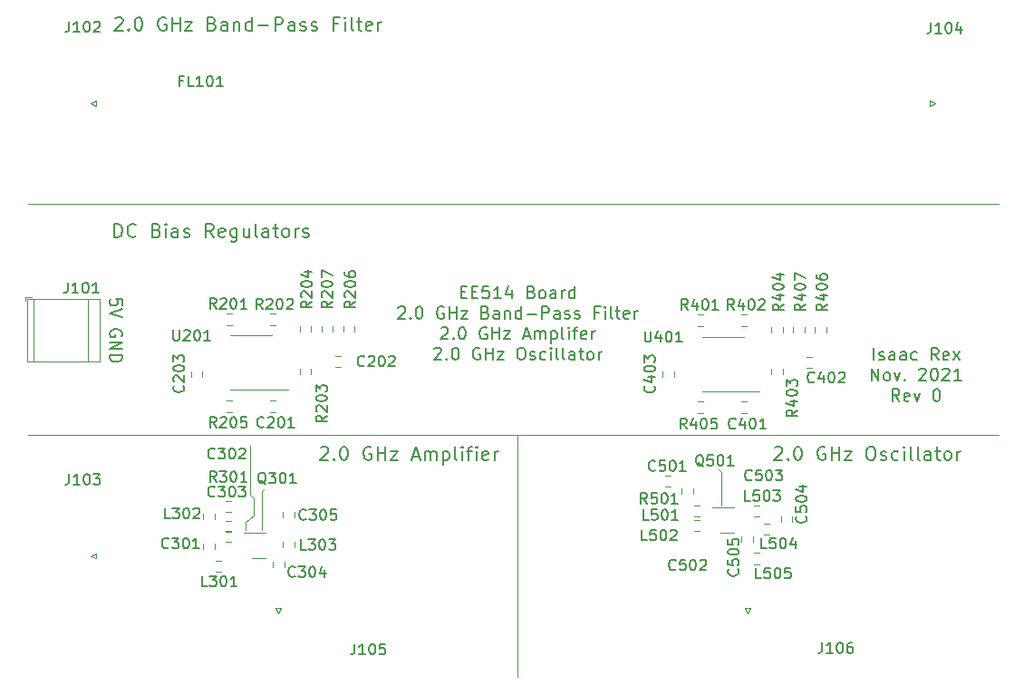
<source format=gbr>
%TF.GenerationSoftware,KiCad,Pcbnew,(5.1.6-0-10_14)*%
%TF.CreationDate,2021-11-24T09:42:12-06:00*%
%TF.ProjectId,EE514 Board (JLC),45453531-3420-4426-9f61-726420284a4c,rev?*%
%TF.SameCoordinates,Original*%
%TF.FileFunction,Legend,Top*%
%TF.FilePolarity,Positive*%
%FSLAX46Y46*%
G04 Gerber Fmt 4.6, Leading zero omitted, Abs format (unit mm)*
G04 Created by KiCad (PCBNEW (5.1.6-0-10_14)) date 2021-11-24 09:42:12*
%MOMM*%
%LPD*%
G01*
G04 APERTURE LIST*
%ADD10C,0.203200*%
%ADD11C,0.120000*%
%ADD12C,0.150000*%
G04 APERTURE END LIST*
D10*
X116141500Y-101522348D02*
X116195928Y-101413491D01*
X116195928Y-101250205D01*
X116141500Y-101086920D01*
X116032642Y-100978062D01*
X115923785Y-100923634D01*
X115706071Y-100869205D01*
X115542785Y-100869205D01*
X115325071Y-100923634D01*
X115216214Y-100978062D01*
X115107357Y-101086920D01*
X115052928Y-101250205D01*
X115052928Y-101359062D01*
X115107357Y-101522348D01*
X115161785Y-101576777D01*
X115542785Y-101576777D01*
X115542785Y-101359062D01*
X115052928Y-102066634D02*
X116195928Y-102066634D01*
X115052928Y-102719777D01*
X116195928Y-102719777D01*
X115052928Y-103264062D02*
X116195928Y-103264062D01*
X116195928Y-103536205D01*
X116141500Y-103699491D01*
X116032642Y-103808348D01*
X115923785Y-103862777D01*
X115706071Y-103917205D01*
X115542785Y-103917205D01*
X115325071Y-103862777D01*
X115216214Y-103808348D01*
X115107357Y-103699491D01*
X115052928Y-103536205D01*
X115052928Y-103264062D01*
X116195928Y-98611508D02*
X116195928Y-98067222D01*
X115651642Y-98012794D01*
X115706071Y-98067222D01*
X115760500Y-98176080D01*
X115760500Y-98448222D01*
X115706071Y-98557080D01*
X115651642Y-98611508D01*
X115542785Y-98665937D01*
X115270642Y-98665937D01*
X115161785Y-98611508D01*
X115107357Y-98557080D01*
X115052928Y-98448222D01*
X115052928Y-98176080D01*
X115107357Y-98067222D01*
X115161785Y-98012794D01*
X116195928Y-98992508D02*
X115052928Y-99373508D01*
X116195928Y-99754508D01*
X186426928Y-103755371D02*
X186426928Y-102612371D01*
X186916785Y-103700942D02*
X187025642Y-103755371D01*
X187243357Y-103755371D01*
X187352214Y-103700942D01*
X187406642Y-103592085D01*
X187406642Y-103537657D01*
X187352214Y-103428800D01*
X187243357Y-103374371D01*
X187080071Y-103374371D01*
X186971214Y-103319942D01*
X186916785Y-103211085D01*
X186916785Y-103156657D01*
X186971214Y-103047800D01*
X187080071Y-102993371D01*
X187243357Y-102993371D01*
X187352214Y-103047800D01*
X188386357Y-103755371D02*
X188386357Y-103156657D01*
X188331928Y-103047800D01*
X188223071Y-102993371D01*
X188005357Y-102993371D01*
X187896500Y-103047800D01*
X188386357Y-103700942D02*
X188277500Y-103755371D01*
X188005357Y-103755371D01*
X187896500Y-103700942D01*
X187842071Y-103592085D01*
X187842071Y-103483228D01*
X187896500Y-103374371D01*
X188005357Y-103319942D01*
X188277500Y-103319942D01*
X188386357Y-103265514D01*
X189420500Y-103755371D02*
X189420500Y-103156657D01*
X189366071Y-103047800D01*
X189257214Y-102993371D01*
X189039500Y-102993371D01*
X188930642Y-103047800D01*
X189420500Y-103700942D02*
X189311642Y-103755371D01*
X189039500Y-103755371D01*
X188930642Y-103700942D01*
X188876214Y-103592085D01*
X188876214Y-103483228D01*
X188930642Y-103374371D01*
X189039500Y-103319942D01*
X189311642Y-103319942D01*
X189420500Y-103265514D01*
X190454642Y-103700942D02*
X190345785Y-103755371D01*
X190128071Y-103755371D01*
X190019214Y-103700942D01*
X189964785Y-103646514D01*
X189910357Y-103537657D01*
X189910357Y-103211085D01*
X189964785Y-103102228D01*
X190019214Y-103047800D01*
X190128071Y-102993371D01*
X190345785Y-102993371D01*
X190454642Y-103047800D01*
X192468500Y-103755371D02*
X192087500Y-103211085D01*
X191815357Y-103755371D02*
X191815357Y-102612371D01*
X192250785Y-102612371D01*
X192359642Y-102666800D01*
X192414071Y-102721228D01*
X192468500Y-102830085D01*
X192468500Y-102993371D01*
X192414071Y-103102228D01*
X192359642Y-103156657D01*
X192250785Y-103211085D01*
X191815357Y-103211085D01*
X193393785Y-103700942D02*
X193284928Y-103755371D01*
X193067214Y-103755371D01*
X192958357Y-103700942D01*
X192903928Y-103592085D01*
X192903928Y-103156657D01*
X192958357Y-103047800D01*
X193067214Y-102993371D01*
X193284928Y-102993371D01*
X193393785Y-103047800D01*
X193448214Y-103156657D01*
X193448214Y-103265514D01*
X192903928Y-103374371D01*
X193829214Y-103755371D02*
X194427928Y-102993371D01*
X193829214Y-102993371D02*
X194427928Y-103755371D01*
X186209214Y-105673071D02*
X186209214Y-104530071D01*
X186862357Y-105673071D01*
X186862357Y-104530071D01*
X187569928Y-105673071D02*
X187461071Y-105618642D01*
X187406642Y-105564214D01*
X187352214Y-105455357D01*
X187352214Y-105128785D01*
X187406642Y-105019928D01*
X187461071Y-104965500D01*
X187569928Y-104911071D01*
X187733214Y-104911071D01*
X187842071Y-104965500D01*
X187896500Y-105019928D01*
X187950928Y-105128785D01*
X187950928Y-105455357D01*
X187896500Y-105564214D01*
X187842071Y-105618642D01*
X187733214Y-105673071D01*
X187569928Y-105673071D01*
X188331928Y-104911071D02*
X188604071Y-105673071D01*
X188876214Y-104911071D01*
X189311642Y-105564214D02*
X189366071Y-105618642D01*
X189311642Y-105673071D01*
X189257214Y-105618642D01*
X189311642Y-105564214D01*
X189311642Y-105673071D01*
X190672357Y-104638928D02*
X190726785Y-104584500D01*
X190835642Y-104530071D01*
X191107785Y-104530071D01*
X191216642Y-104584500D01*
X191271071Y-104638928D01*
X191325500Y-104747785D01*
X191325500Y-104856642D01*
X191271071Y-105019928D01*
X190617928Y-105673071D01*
X191325500Y-105673071D01*
X192033071Y-104530071D02*
X192141928Y-104530071D01*
X192250785Y-104584500D01*
X192305214Y-104638928D01*
X192359642Y-104747785D01*
X192414071Y-104965500D01*
X192414071Y-105237642D01*
X192359642Y-105455357D01*
X192305214Y-105564214D01*
X192250785Y-105618642D01*
X192141928Y-105673071D01*
X192033071Y-105673071D01*
X191924214Y-105618642D01*
X191869785Y-105564214D01*
X191815357Y-105455357D01*
X191760928Y-105237642D01*
X191760928Y-104965500D01*
X191815357Y-104747785D01*
X191869785Y-104638928D01*
X191924214Y-104584500D01*
X192033071Y-104530071D01*
X192849500Y-104638928D02*
X192903928Y-104584500D01*
X193012785Y-104530071D01*
X193284928Y-104530071D01*
X193393785Y-104584500D01*
X193448214Y-104638928D01*
X193502642Y-104747785D01*
X193502642Y-104856642D01*
X193448214Y-105019928D01*
X192795071Y-105673071D01*
X193502642Y-105673071D01*
X194591214Y-105673071D02*
X193938071Y-105673071D01*
X194264642Y-105673071D02*
X194264642Y-104530071D01*
X194155785Y-104693357D01*
X194046928Y-104802214D01*
X193938071Y-104856642D01*
X188821785Y-107590771D02*
X188440785Y-107046485D01*
X188168642Y-107590771D02*
X188168642Y-106447771D01*
X188604071Y-106447771D01*
X188712928Y-106502200D01*
X188767357Y-106556628D01*
X188821785Y-106665485D01*
X188821785Y-106828771D01*
X188767357Y-106937628D01*
X188712928Y-106992057D01*
X188604071Y-107046485D01*
X188168642Y-107046485D01*
X189747071Y-107536342D02*
X189638214Y-107590771D01*
X189420500Y-107590771D01*
X189311642Y-107536342D01*
X189257214Y-107427485D01*
X189257214Y-106992057D01*
X189311642Y-106883200D01*
X189420500Y-106828771D01*
X189638214Y-106828771D01*
X189747071Y-106883200D01*
X189801500Y-106992057D01*
X189801500Y-107100914D01*
X189257214Y-107209771D01*
X190182500Y-106828771D02*
X190454642Y-107590771D01*
X190726785Y-106828771D01*
X192250785Y-106447771D02*
X192359642Y-106447771D01*
X192468500Y-106502200D01*
X192522928Y-106556628D01*
X192577357Y-106665485D01*
X192631785Y-106883200D01*
X192631785Y-107155342D01*
X192577357Y-107373057D01*
X192522928Y-107481914D01*
X192468500Y-107536342D01*
X192359642Y-107590771D01*
X192250785Y-107590771D01*
X192141928Y-107536342D01*
X192087500Y-107481914D01*
X192033071Y-107373057D01*
X191978642Y-107155342D01*
X191978642Y-106883200D01*
X192033071Y-106665485D01*
X192087500Y-106556628D01*
X192141928Y-106502200D01*
X192250785Y-106447771D01*
X147855214Y-97371807D02*
X148236214Y-97371807D01*
X148399500Y-97970521D02*
X147855214Y-97970521D01*
X147855214Y-96827521D01*
X148399500Y-96827521D01*
X148889357Y-97371807D02*
X149270357Y-97371807D01*
X149433642Y-97970521D02*
X148889357Y-97970521D01*
X148889357Y-96827521D01*
X149433642Y-96827521D01*
X150467785Y-96827521D02*
X149923500Y-96827521D01*
X149869071Y-97371807D01*
X149923500Y-97317378D01*
X150032357Y-97262950D01*
X150304500Y-97262950D01*
X150413357Y-97317378D01*
X150467785Y-97371807D01*
X150522214Y-97480664D01*
X150522214Y-97752807D01*
X150467785Y-97861664D01*
X150413357Y-97916092D01*
X150304500Y-97970521D01*
X150032357Y-97970521D01*
X149923500Y-97916092D01*
X149869071Y-97861664D01*
X151610785Y-97970521D02*
X150957642Y-97970521D01*
X151284214Y-97970521D02*
X151284214Y-96827521D01*
X151175357Y-96990807D01*
X151066500Y-97099664D01*
X150957642Y-97154092D01*
X152590500Y-97208521D02*
X152590500Y-97970521D01*
X152318357Y-96773092D02*
X152046214Y-97589521D01*
X152753785Y-97589521D01*
X154441071Y-97371807D02*
X154604357Y-97426235D01*
X154658785Y-97480664D01*
X154713214Y-97589521D01*
X154713214Y-97752807D01*
X154658785Y-97861664D01*
X154604357Y-97916092D01*
X154495500Y-97970521D01*
X154060071Y-97970521D01*
X154060071Y-96827521D01*
X154441071Y-96827521D01*
X154549928Y-96881950D01*
X154604357Y-96936378D01*
X154658785Y-97045235D01*
X154658785Y-97154092D01*
X154604357Y-97262950D01*
X154549928Y-97317378D01*
X154441071Y-97371807D01*
X154060071Y-97371807D01*
X155366357Y-97970521D02*
X155257500Y-97916092D01*
X155203071Y-97861664D01*
X155148642Y-97752807D01*
X155148642Y-97426235D01*
X155203071Y-97317378D01*
X155257500Y-97262950D01*
X155366357Y-97208521D01*
X155529642Y-97208521D01*
X155638500Y-97262950D01*
X155692928Y-97317378D01*
X155747357Y-97426235D01*
X155747357Y-97752807D01*
X155692928Y-97861664D01*
X155638500Y-97916092D01*
X155529642Y-97970521D01*
X155366357Y-97970521D01*
X156727071Y-97970521D02*
X156727071Y-97371807D01*
X156672642Y-97262950D01*
X156563785Y-97208521D01*
X156346071Y-97208521D01*
X156237214Y-97262950D01*
X156727071Y-97916092D02*
X156618214Y-97970521D01*
X156346071Y-97970521D01*
X156237214Y-97916092D01*
X156182785Y-97807235D01*
X156182785Y-97698378D01*
X156237214Y-97589521D01*
X156346071Y-97535092D01*
X156618214Y-97535092D01*
X156727071Y-97480664D01*
X157271357Y-97970521D02*
X157271357Y-97208521D01*
X157271357Y-97426235D02*
X157325785Y-97317378D01*
X157380214Y-97262950D01*
X157489071Y-97208521D01*
X157597928Y-97208521D01*
X158468785Y-97970521D02*
X158468785Y-96827521D01*
X158468785Y-97916092D02*
X158359928Y-97970521D01*
X158142214Y-97970521D01*
X158033357Y-97916092D01*
X157978928Y-97861664D01*
X157924500Y-97752807D01*
X157924500Y-97426235D01*
X157978928Y-97317378D01*
X158033357Y-97262950D01*
X158142214Y-97208521D01*
X158359928Y-97208521D01*
X158468785Y-97262950D01*
X142004142Y-98854078D02*
X142058571Y-98799650D01*
X142167428Y-98745221D01*
X142439571Y-98745221D01*
X142548428Y-98799650D01*
X142602857Y-98854078D01*
X142657285Y-98962935D01*
X142657285Y-99071792D01*
X142602857Y-99235078D01*
X141949714Y-99888221D01*
X142657285Y-99888221D01*
X143147142Y-99779364D02*
X143201571Y-99833792D01*
X143147142Y-99888221D01*
X143092714Y-99833792D01*
X143147142Y-99779364D01*
X143147142Y-99888221D01*
X143909142Y-98745221D02*
X144018000Y-98745221D01*
X144126857Y-98799650D01*
X144181285Y-98854078D01*
X144235714Y-98962935D01*
X144290142Y-99180650D01*
X144290142Y-99452792D01*
X144235714Y-99670507D01*
X144181285Y-99779364D01*
X144126857Y-99833792D01*
X144018000Y-99888221D01*
X143909142Y-99888221D01*
X143800285Y-99833792D01*
X143745857Y-99779364D01*
X143691428Y-99670507D01*
X143637000Y-99452792D01*
X143637000Y-99180650D01*
X143691428Y-98962935D01*
X143745857Y-98854078D01*
X143800285Y-98799650D01*
X143909142Y-98745221D01*
X146249571Y-98799650D02*
X146140714Y-98745221D01*
X145977428Y-98745221D01*
X145814142Y-98799650D01*
X145705285Y-98908507D01*
X145650857Y-99017364D01*
X145596428Y-99235078D01*
X145596428Y-99398364D01*
X145650857Y-99616078D01*
X145705285Y-99724935D01*
X145814142Y-99833792D01*
X145977428Y-99888221D01*
X146086285Y-99888221D01*
X146249571Y-99833792D01*
X146304000Y-99779364D01*
X146304000Y-99398364D01*
X146086285Y-99398364D01*
X146793857Y-99888221D02*
X146793857Y-98745221D01*
X146793857Y-99289507D02*
X147447000Y-99289507D01*
X147447000Y-99888221D02*
X147447000Y-98745221D01*
X147882428Y-99126221D02*
X148481142Y-99126221D01*
X147882428Y-99888221D01*
X148481142Y-99888221D01*
X150168428Y-99289507D02*
X150331714Y-99343935D01*
X150386142Y-99398364D01*
X150440571Y-99507221D01*
X150440571Y-99670507D01*
X150386142Y-99779364D01*
X150331714Y-99833792D01*
X150222857Y-99888221D01*
X149787428Y-99888221D01*
X149787428Y-98745221D01*
X150168428Y-98745221D01*
X150277285Y-98799650D01*
X150331714Y-98854078D01*
X150386142Y-98962935D01*
X150386142Y-99071792D01*
X150331714Y-99180650D01*
X150277285Y-99235078D01*
X150168428Y-99289507D01*
X149787428Y-99289507D01*
X151420285Y-99888221D02*
X151420285Y-99289507D01*
X151365857Y-99180650D01*
X151257000Y-99126221D01*
X151039285Y-99126221D01*
X150930428Y-99180650D01*
X151420285Y-99833792D02*
X151311428Y-99888221D01*
X151039285Y-99888221D01*
X150930428Y-99833792D01*
X150876000Y-99724935D01*
X150876000Y-99616078D01*
X150930428Y-99507221D01*
X151039285Y-99452792D01*
X151311428Y-99452792D01*
X151420285Y-99398364D01*
X151964571Y-99126221D02*
X151964571Y-99888221D01*
X151964571Y-99235078D02*
X152019000Y-99180650D01*
X152127857Y-99126221D01*
X152291142Y-99126221D01*
X152400000Y-99180650D01*
X152454428Y-99289507D01*
X152454428Y-99888221D01*
X153488571Y-99888221D02*
X153488571Y-98745221D01*
X153488571Y-99833792D02*
X153379714Y-99888221D01*
X153162000Y-99888221D01*
X153053142Y-99833792D01*
X152998714Y-99779364D01*
X152944285Y-99670507D01*
X152944285Y-99343935D01*
X152998714Y-99235078D01*
X153053142Y-99180650D01*
X153162000Y-99126221D01*
X153379714Y-99126221D01*
X153488571Y-99180650D01*
X154032857Y-99452792D02*
X154903714Y-99452792D01*
X155448000Y-99888221D02*
X155448000Y-98745221D01*
X155883428Y-98745221D01*
X155992285Y-98799650D01*
X156046714Y-98854078D01*
X156101142Y-98962935D01*
X156101142Y-99126221D01*
X156046714Y-99235078D01*
X155992285Y-99289507D01*
X155883428Y-99343935D01*
X155448000Y-99343935D01*
X157080857Y-99888221D02*
X157080857Y-99289507D01*
X157026428Y-99180650D01*
X156917571Y-99126221D01*
X156699857Y-99126221D01*
X156591000Y-99180650D01*
X157080857Y-99833792D02*
X156972000Y-99888221D01*
X156699857Y-99888221D01*
X156591000Y-99833792D01*
X156536571Y-99724935D01*
X156536571Y-99616078D01*
X156591000Y-99507221D01*
X156699857Y-99452792D01*
X156972000Y-99452792D01*
X157080857Y-99398364D01*
X157570714Y-99833792D02*
X157679571Y-99888221D01*
X157897285Y-99888221D01*
X158006142Y-99833792D01*
X158060571Y-99724935D01*
X158060571Y-99670507D01*
X158006142Y-99561650D01*
X157897285Y-99507221D01*
X157734000Y-99507221D01*
X157625142Y-99452792D01*
X157570714Y-99343935D01*
X157570714Y-99289507D01*
X157625142Y-99180650D01*
X157734000Y-99126221D01*
X157897285Y-99126221D01*
X158006142Y-99180650D01*
X158496000Y-99833792D02*
X158604857Y-99888221D01*
X158822571Y-99888221D01*
X158931428Y-99833792D01*
X158985857Y-99724935D01*
X158985857Y-99670507D01*
X158931428Y-99561650D01*
X158822571Y-99507221D01*
X158659285Y-99507221D01*
X158550428Y-99452792D01*
X158496000Y-99343935D01*
X158496000Y-99289507D01*
X158550428Y-99180650D01*
X158659285Y-99126221D01*
X158822571Y-99126221D01*
X158931428Y-99180650D01*
X160727571Y-99289507D02*
X160346571Y-99289507D01*
X160346571Y-99888221D02*
X160346571Y-98745221D01*
X160890857Y-98745221D01*
X161326285Y-99888221D02*
X161326285Y-99126221D01*
X161326285Y-98745221D02*
X161271857Y-98799650D01*
X161326285Y-98854078D01*
X161380714Y-98799650D01*
X161326285Y-98745221D01*
X161326285Y-98854078D01*
X162033857Y-99888221D02*
X161925000Y-99833792D01*
X161870571Y-99724935D01*
X161870571Y-98745221D01*
X162306000Y-99126221D02*
X162741428Y-99126221D01*
X162469285Y-98745221D02*
X162469285Y-99724935D01*
X162523714Y-99833792D01*
X162632571Y-99888221D01*
X162741428Y-99888221D01*
X163557857Y-99833792D02*
X163449000Y-99888221D01*
X163231285Y-99888221D01*
X163122428Y-99833792D01*
X163068000Y-99724935D01*
X163068000Y-99289507D01*
X163122428Y-99180650D01*
X163231285Y-99126221D01*
X163449000Y-99126221D01*
X163557857Y-99180650D01*
X163612285Y-99289507D01*
X163612285Y-99398364D01*
X163068000Y-99507221D01*
X164102142Y-99888221D02*
X164102142Y-99126221D01*
X164102142Y-99343935D02*
X164156571Y-99235078D01*
X164211000Y-99180650D01*
X164319857Y-99126221D01*
X164428714Y-99126221D01*
X146004642Y-100771778D02*
X146059071Y-100717350D01*
X146167928Y-100662921D01*
X146440071Y-100662921D01*
X146548928Y-100717350D01*
X146603357Y-100771778D01*
X146657785Y-100880635D01*
X146657785Y-100989492D01*
X146603357Y-101152778D01*
X145950214Y-101805921D01*
X146657785Y-101805921D01*
X147147642Y-101697064D02*
X147202071Y-101751492D01*
X147147642Y-101805921D01*
X147093214Y-101751492D01*
X147147642Y-101697064D01*
X147147642Y-101805921D01*
X147909642Y-100662921D02*
X148018500Y-100662921D01*
X148127357Y-100717350D01*
X148181785Y-100771778D01*
X148236214Y-100880635D01*
X148290642Y-101098350D01*
X148290642Y-101370492D01*
X148236214Y-101588207D01*
X148181785Y-101697064D01*
X148127357Y-101751492D01*
X148018500Y-101805921D01*
X147909642Y-101805921D01*
X147800785Y-101751492D01*
X147746357Y-101697064D01*
X147691928Y-101588207D01*
X147637500Y-101370492D01*
X147637500Y-101098350D01*
X147691928Y-100880635D01*
X147746357Y-100771778D01*
X147800785Y-100717350D01*
X147909642Y-100662921D01*
X150250071Y-100717350D02*
X150141214Y-100662921D01*
X149977928Y-100662921D01*
X149814642Y-100717350D01*
X149705785Y-100826207D01*
X149651357Y-100935064D01*
X149596928Y-101152778D01*
X149596928Y-101316064D01*
X149651357Y-101533778D01*
X149705785Y-101642635D01*
X149814642Y-101751492D01*
X149977928Y-101805921D01*
X150086785Y-101805921D01*
X150250071Y-101751492D01*
X150304500Y-101697064D01*
X150304500Y-101316064D01*
X150086785Y-101316064D01*
X150794357Y-101805921D02*
X150794357Y-100662921D01*
X150794357Y-101207207D02*
X151447500Y-101207207D01*
X151447500Y-101805921D02*
X151447500Y-100662921D01*
X151882928Y-101043921D02*
X152481642Y-101043921D01*
X151882928Y-101805921D01*
X152481642Y-101805921D01*
X153733500Y-101479350D02*
X154277785Y-101479350D01*
X153624642Y-101805921D02*
X154005642Y-100662921D01*
X154386642Y-101805921D01*
X154767642Y-101805921D02*
X154767642Y-101043921D01*
X154767642Y-101152778D02*
X154822071Y-101098350D01*
X154930928Y-101043921D01*
X155094214Y-101043921D01*
X155203071Y-101098350D01*
X155257500Y-101207207D01*
X155257500Y-101805921D01*
X155257500Y-101207207D02*
X155311928Y-101098350D01*
X155420785Y-101043921D01*
X155584071Y-101043921D01*
X155692928Y-101098350D01*
X155747357Y-101207207D01*
X155747357Y-101805921D01*
X156291642Y-101043921D02*
X156291642Y-102186921D01*
X156291642Y-101098350D02*
X156400500Y-101043921D01*
X156618214Y-101043921D01*
X156727071Y-101098350D01*
X156781500Y-101152778D01*
X156835928Y-101261635D01*
X156835928Y-101588207D01*
X156781500Y-101697064D01*
X156727071Y-101751492D01*
X156618214Y-101805921D01*
X156400500Y-101805921D01*
X156291642Y-101751492D01*
X157489071Y-101805921D02*
X157380214Y-101751492D01*
X157325785Y-101642635D01*
X157325785Y-100662921D01*
X157924500Y-101805921D02*
X157924500Y-101043921D01*
X157924500Y-100662921D02*
X157870071Y-100717350D01*
X157924500Y-100771778D01*
X157978928Y-100717350D01*
X157924500Y-100662921D01*
X157924500Y-100771778D01*
X158305500Y-101043921D02*
X158740928Y-101043921D01*
X158468785Y-101805921D02*
X158468785Y-100826207D01*
X158523214Y-100717350D01*
X158632071Y-100662921D01*
X158740928Y-100662921D01*
X159557357Y-101751492D02*
X159448500Y-101805921D01*
X159230785Y-101805921D01*
X159121928Y-101751492D01*
X159067500Y-101642635D01*
X159067500Y-101207207D01*
X159121928Y-101098350D01*
X159230785Y-101043921D01*
X159448500Y-101043921D01*
X159557357Y-101098350D01*
X159611785Y-101207207D01*
X159611785Y-101316064D01*
X159067500Y-101424921D01*
X160101642Y-101805921D02*
X160101642Y-101043921D01*
X160101642Y-101261635D02*
X160156071Y-101152778D01*
X160210500Y-101098350D01*
X160319357Y-101043921D01*
X160428214Y-101043921D01*
X145378714Y-102689478D02*
X145433142Y-102635050D01*
X145542000Y-102580621D01*
X145814142Y-102580621D01*
X145923000Y-102635050D01*
X145977428Y-102689478D01*
X146031857Y-102798335D01*
X146031857Y-102907192D01*
X145977428Y-103070478D01*
X145324285Y-103723621D01*
X146031857Y-103723621D01*
X146521714Y-103614764D02*
X146576142Y-103669192D01*
X146521714Y-103723621D01*
X146467285Y-103669192D01*
X146521714Y-103614764D01*
X146521714Y-103723621D01*
X147283714Y-102580621D02*
X147392571Y-102580621D01*
X147501428Y-102635050D01*
X147555857Y-102689478D01*
X147610285Y-102798335D01*
X147664714Y-103016050D01*
X147664714Y-103288192D01*
X147610285Y-103505907D01*
X147555857Y-103614764D01*
X147501428Y-103669192D01*
X147392571Y-103723621D01*
X147283714Y-103723621D01*
X147174857Y-103669192D01*
X147120428Y-103614764D01*
X147066000Y-103505907D01*
X147011571Y-103288192D01*
X147011571Y-103016050D01*
X147066000Y-102798335D01*
X147120428Y-102689478D01*
X147174857Y-102635050D01*
X147283714Y-102580621D01*
X149624142Y-102635050D02*
X149515285Y-102580621D01*
X149352000Y-102580621D01*
X149188714Y-102635050D01*
X149079857Y-102743907D01*
X149025428Y-102852764D01*
X148971000Y-103070478D01*
X148971000Y-103233764D01*
X149025428Y-103451478D01*
X149079857Y-103560335D01*
X149188714Y-103669192D01*
X149352000Y-103723621D01*
X149460857Y-103723621D01*
X149624142Y-103669192D01*
X149678571Y-103614764D01*
X149678571Y-103233764D01*
X149460857Y-103233764D01*
X150168428Y-103723621D02*
X150168428Y-102580621D01*
X150168428Y-103124907D02*
X150821571Y-103124907D01*
X150821571Y-103723621D02*
X150821571Y-102580621D01*
X151257000Y-102961621D02*
X151855714Y-102961621D01*
X151257000Y-103723621D01*
X151855714Y-103723621D01*
X153379714Y-102580621D02*
X153597428Y-102580621D01*
X153706285Y-102635050D01*
X153815142Y-102743907D01*
X153869571Y-102961621D01*
X153869571Y-103342621D01*
X153815142Y-103560335D01*
X153706285Y-103669192D01*
X153597428Y-103723621D01*
X153379714Y-103723621D01*
X153270857Y-103669192D01*
X153162000Y-103560335D01*
X153107571Y-103342621D01*
X153107571Y-102961621D01*
X153162000Y-102743907D01*
X153270857Y-102635050D01*
X153379714Y-102580621D01*
X154305000Y-103669192D02*
X154413857Y-103723621D01*
X154631571Y-103723621D01*
X154740428Y-103669192D01*
X154794857Y-103560335D01*
X154794857Y-103505907D01*
X154740428Y-103397050D01*
X154631571Y-103342621D01*
X154468285Y-103342621D01*
X154359428Y-103288192D01*
X154305000Y-103179335D01*
X154305000Y-103124907D01*
X154359428Y-103016050D01*
X154468285Y-102961621D01*
X154631571Y-102961621D01*
X154740428Y-103016050D01*
X155774571Y-103669192D02*
X155665714Y-103723621D01*
X155448000Y-103723621D01*
X155339142Y-103669192D01*
X155284714Y-103614764D01*
X155230285Y-103505907D01*
X155230285Y-103179335D01*
X155284714Y-103070478D01*
X155339142Y-103016050D01*
X155448000Y-102961621D01*
X155665714Y-102961621D01*
X155774571Y-103016050D01*
X156264428Y-103723621D02*
X156264428Y-102961621D01*
X156264428Y-102580621D02*
X156210000Y-102635050D01*
X156264428Y-102689478D01*
X156318857Y-102635050D01*
X156264428Y-102580621D01*
X156264428Y-102689478D01*
X156972000Y-103723621D02*
X156863142Y-103669192D01*
X156808714Y-103560335D01*
X156808714Y-102580621D01*
X157570714Y-103723621D02*
X157461857Y-103669192D01*
X157407428Y-103560335D01*
X157407428Y-102580621D01*
X158496000Y-103723621D02*
X158496000Y-103124907D01*
X158441571Y-103016050D01*
X158332714Y-102961621D01*
X158115000Y-102961621D01*
X158006142Y-103016050D01*
X158496000Y-103669192D02*
X158387142Y-103723621D01*
X158115000Y-103723621D01*
X158006142Y-103669192D01*
X157951714Y-103560335D01*
X157951714Y-103451478D01*
X158006142Y-103342621D01*
X158115000Y-103288192D01*
X158387142Y-103288192D01*
X158496000Y-103233764D01*
X158877000Y-102961621D02*
X159312428Y-102961621D01*
X159040285Y-102580621D02*
X159040285Y-103560335D01*
X159094714Y-103669192D01*
X159203571Y-103723621D01*
X159312428Y-103723621D01*
X159856714Y-103723621D02*
X159747857Y-103669192D01*
X159693428Y-103614764D01*
X159639000Y-103505907D01*
X159639000Y-103179335D01*
X159693428Y-103070478D01*
X159747857Y-103016050D01*
X159856714Y-102961621D01*
X160020000Y-102961621D01*
X160128857Y-103016050D01*
X160183285Y-103070478D01*
X160237714Y-103179335D01*
X160237714Y-103505907D01*
X160183285Y-103614764D01*
X160128857Y-103669192D01*
X160020000Y-103723621D01*
X159856714Y-103723621D01*
X160727571Y-103723621D02*
X160727571Y-102961621D01*
X160727571Y-103179335D02*
X160782000Y-103070478D01*
X160836428Y-103016050D01*
X160945285Y-102961621D01*
X161054142Y-102961621D01*
X177157984Y-111947476D02*
X177218460Y-111887000D01*
X177339413Y-111826523D01*
X177641794Y-111826523D01*
X177762746Y-111887000D01*
X177823222Y-111947476D01*
X177883699Y-112068428D01*
X177883699Y-112189380D01*
X177823222Y-112370809D01*
X177097508Y-113096523D01*
X177883699Y-113096523D01*
X178427984Y-112975571D02*
X178488460Y-113036047D01*
X178427984Y-113096523D01*
X178367508Y-113036047D01*
X178427984Y-112975571D01*
X178427984Y-113096523D01*
X179274651Y-111826523D02*
X179395603Y-111826523D01*
X179516556Y-111887000D01*
X179577032Y-111947476D01*
X179637508Y-112068428D01*
X179697984Y-112310333D01*
X179697984Y-112612714D01*
X179637508Y-112854619D01*
X179577032Y-112975571D01*
X179516556Y-113036047D01*
X179395603Y-113096523D01*
X179274651Y-113096523D01*
X179153699Y-113036047D01*
X179093222Y-112975571D01*
X179032746Y-112854619D01*
X178972270Y-112612714D01*
X178972270Y-112310333D01*
X179032746Y-112068428D01*
X179093222Y-111947476D01*
X179153699Y-111887000D01*
X179274651Y-111826523D01*
X181875127Y-111887000D02*
X181754175Y-111826523D01*
X181572746Y-111826523D01*
X181391318Y-111887000D01*
X181270365Y-112007952D01*
X181209889Y-112128904D01*
X181149413Y-112370809D01*
X181149413Y-112552238D01*
X181209889Y-112794142D01*
X181270365Y-112915095D01*
X181391318Y-113036047D01*
X181572746Y-113096523D01*
X181693699Y-113096523D01*
X181875127Y-113036047D01*
X181935603Y-112975571D01*
X181935603Y-112552238D01*
X181693699Y-112552238D01*
X182479889Y-113096523D02*
X182479889Y-111826523D01*
X182479889Y-112431285D02*
X183205603Y-112431285D01*
X183205603Y-113096523D02*
X183205603Y-111826523D01*
X183689413Y-112249857D02*
X184354651Y-112249857D01*
X183689413Y-113096523D01*
X184354651Y-113096523D01*
X186047984Y-111826523D02*
X186289889Y-111826523D01*
X186410841Y-111887000D01*
X186531794Y-112007952D01*
X186592270Y-112249857D01*
X186592270Y-112673190D01*
X186531794Y-112915095D01*
X186410841Y-113036047D01*
X186289889Y-113096523D01*
X186047984Y-113096523D01*
X185927032Y-113036047D01*
X185806080Y-112915095D01*
X185745603Y-112673190D01*
X185745603Y-112249857D01*
X185806080Y-112007952D01*
X185927032Y-111887000D01*
X186047984Y-111826523D01*
X187076080Y-113036047D02*
X187197032Y-113096523D01*
X187438937Y-113096523D01*
X187559889Y-113036047D01*
X187620365Y-112915095D01*
X187620365Y-112854619D01*
X187559889Y-112733666D01*
X187438937Y-112673190D01*
X187257508Y-112673190D01*
X187136556Y-112612714D01*
X187076080Y-112491761D01*
X187076080Y-112431285D01*
X187136556Y-112310333D01*
X187257508Y-112249857D01*
X187438937Y-112249857D01*
X187559889Y-112310333D01*
X188708937Y-113036047D02*
X188587984Y-113096523D01*
X188346080Y-113096523D01*
X188225127Y-113036047D01*
X188164651Y-112975571D01*
X188104175Y-112854619D01*
X188104175Y-112491761D01*
X188164651Y-112370809D01*
X188225127Y-112310333D01*
X188346080Y-112249857D01*
X188587984Y-112249857D01*
X188708937Y-112310333D01*
X189253222Y-113096523D02*
X189253222Y-112249857D01*
X189253222Y-111826523D02*
X189192746Y-111887000D01*
X189253222Y-111947476D01*
X189313699Y-111887000D01*
X189253222Y-111826523D01*
X189253222Y-111947476D01*
X190039413Y-113096523D02*
X189918460Y-113036047D01*
X189857984Y-112915095D01*
X189857984Y-111826523D01*
X190704651Y-113096523D02*
X190583699Y-113036047D01*
X190523222Y-112915095D01*
X190523222Y-111826523D01*
X191732746Y-113096523D02*
X191732746Y-112431285D01*
X191672270Y-112310333D01*
X191551318Y-112249857D01*
X191309413Y-112249857D01*
X191188460Y-112310333D01*
X191732746Y-113036047D02*
X191611794Y-113096523D01*
X191309413Y-113096523D01*
X191188460Y-113036047D01*
X191127984Y-112915095D01*
X191127984Y-112794142D01*
X191188460Y-112673190D01*
X191309413Y-112612714D01*
X191611794Y-112612714D01*
X191732746Y-112552238D01*
X192156080Y-112249857D02*
X192639889Y-112249857D01*
X192337508Y-111826523D02*
X192337508Y-112915095D01*
X192397984Y-113036047D01*
X192518937Y-113096523D01*
X192639889Y-113096523D01*
X193244651Y-113096523D02*
X193123699Y-113036047D01*
X193063222Y-112975571D01*
X193002746Y-112854619D01*
X193002746Y-112491761D01*
X193063222Y-112370809D01*
X193123699Y-112310333D01*
X193244651Y-112249857D01*
X193426080Y-112249857D01*
X193547032Y-112310333D01*
X193607508Y-112370809D01*
X193667984Y-112491761D01*
X193667984Y-112854619D01*
X193607508Y-112975571D01*
X193547032Y-113036047D01*
X193426080Y-113096523D01*
X193244651Y-113096523D01*
X194212270Y-113096523D02*
X194212270Y-112249857D01*
X194212270Y-112491761D02*
X194272746Y-112370809D01*
X194333222Y-112310333D01*
X194454175Y-112249857D01*
X194575127Y-112249857D01*
X134739984Y-111947476D02*
X134800460Y-111887000D01*
X134921413Y-111826523D01*
X135223794Y-111826523D01*
X135344746Y-111887000D01*
X135405222Y-111947476D01*
X135465699Y-112068428D01*
X135465699Y-112189380D01*
X135405222Y-112370809D01*
X134679508Y-113096523D01*
X135465699Y-113096523D01*
X136009984Y-112975571D02*
X136070460Y-113036047D01*
X136009984Y-113096523D01*
X135949508Y-113036047D01*
X136009984Y-112975571D01*
X136009984Y-113096523D01*
X136856651Y-111826523D02*
X136977603Y-111826523D01*
X137098556Y-111887000D01*
X137159032Y-111947476D01*
X137219508Y-112068428D01*
X137279984Y-112310333D01*
X137279984Y-112612714D01*
X137219508Y-112854619D01*
X137159032Y-112975571D01*
X137098556Y-113036047D01*
X136977603Y-113096523D01*
X136856651Y-113096523D01*
X136735699Y-113036047D01*
X136675222Y-112975571D01*
X136614746Y-112854619D01*
X136554270Y-112612714D01*
X136554270Y-112310333D01*
X136614746Y-112068428D01*
X136675222Y-111947476D01*
X136735699Y-111887000D01*
X136856651Y-111826523D01*
X139457127Y-111887000D02*
X139336175Y-111826523D01*
X139154746Y-111826523D01*
X138973318Y-111887000D01*
X138852365Y-112007952D01*
X138791889Y-112128904D01*
X138731413Y-112370809D01*
X138731413Y-112552238D01*
X138791889Y-112794142D01*
X138852365Y-112915095D01*
X138973318Y-113036047D01*
X139154746Y-113096523D01*
X139275699Y-113096523D01*
X139457127Y-113036047D01*
X139517603Y-112975571D01*
X139517603Y-112552238D01*
X139275699Y-112552238D01*
X140061889Y-113096523D02*
X140061889Y-111826523D01*
X140061889Y-112431285D02*
X140787603Y-112431285D01*
X140787603Y-113096523D02*
X140787603Y-111826523D01*
X141271413Y-112249857D02*
X141936651Y-112249857D01*
X141271413Y-113096523D01*
X141936651Y-113096523D01*
X143327603Y-112733666D02*
X143932365Y-112733666D01*
X143206651Y-113096523D02*
X143629984Y-111826523D01*
X144053318Y-113096523D01*
X144476651Y-113096523D02*
X144476651Y-112249857D01*
X144476651Y-112370809D02*
X144537127Y-112310333D01*
X144658080Y-112249857D01*
X144839508Y-112249857D01*
X144960460Y-112310333D01*
X145020937Y-112431285D01*
X145020937Y-113096523D01*
X145020937Y-112431285D02*
X145081413Y-112310333D01*
X145202365Y-112249857D01*
X145383794Y-112249857D01*
X145504746Y-112310333D01*
X145565222Y-112431285D01*
X145565222Y-113096523D01*
X146169984Y-112249857D02*
X146169984Y-113519857D01*
X146169984Y-112310333D02*
X146290937Y-112249857D01*
X146532841Y-112249857D01*
X146653794Y-112310333D01*
X146714270Y-112370809D01*
X146774746Y-112491761D01*
X146774746Y-112854619D01*
X146714270Y-112975571D01*
X146653794Y-113036047D01*
X146532841Y-113096523D01*
X146290937Y-113096523D01*
X146169984Y-113036047D01*
X147500460Y-113096523D02*
X147379508Y-113036047D01*
X147319032Y-112915095D01*
X147319032Y-111826523D01*
X147984270Y-113096523D02*
X147984270Y-112249857D01*
X147984270Y-111826523D02*
X147923794Y-111887000D01*
X147984270Y-111947476D01*
X148044746Y-111887000D01*
X147984270Y-111826523D01*
X147984270Y-111947476D01*
X148407603Y-112249857D02*
X148891413Y-112249857D01*
X148589032Y-113096523D02*
X148589032Y-112007952D01*
X148649508Y-111887000D01*
X148770460Y-111826523D01*
X148891413Y-111826523D01*
X149314746Y-113096523D02*
X149314746Y-112249857D01*
X149314746Y-111826523D02*
X149254270Y-111887000D01*
X149314746Y-111947476D01*
X149375222Y-111887000D01*
X149314746Y-111826523D01*
X149314746Y-111947476D01*
X150403318Y-113036047D02*
X150282365Y-113096523D01*
X150040460Y-113096523D01*
X149919508Y-113036047D01*
X149859032Y-112915095D01*
X149859032Y-112431285D01*
X149919508Y-112310333D01*
X150040460Y-112249857D01*
X150282365Y-112249857D01*
X150403318Y-112310333D01*
X150463794Y-112431285D01*
X150463794Y-112552238D01*
X149859032Y-112673190D01*
X151008080Y-113096523D02*
X151008080Y-112249857D01*
X151008080Y-112491761D02*
X151068556Y-112370809D01*
X151129032Y-112310333D01*
X151249984Y-112249857D01*
X151370937Y-112249857D01*
X115562984Y-71815476D02*
X115623460Y-71755000D01*
X115744413Y-71694523D01*
X116046794Y-71694523D01*
X116167746Y-71755000D01*
X116228222Y-71815476D01*
X116288699Y-71936428D01*
X116288699Y-72057380D01*
X116228222Y-72238809D01*
X115502508Y-72964523D01*
X116288699Y-72964523D01*
X116832984Y-72843571D02*
X116893460Y-72904047D01*
X116832984Y-72964523D01*
X116772508Y-72904047D01*
X116832984Y-72843571D01*
X116832984Y-72964523D01*
X117679651Y-71694523D02*
X117800603Y-71694523D01*
X117921556Y-71755000D01*
X117982032Y-71815476D01*
X118042508Y-71936428D01*
X118102984Y-72178333D01*
X118102984Y-72480714D01*
X118042508Y-72722619D01*
X117982032Y-72843571D01*
X117921556Y-72904047D01*
X117800603Y-72964523D01*
X117679651Y-72964523D01*
X117558699Y-72904047D01*
X117498222Y-72843571D01*
X117437746Y-72722619D01*
X117377270Y-72480714D01*
X117377270Y-72178333D01*
X117437746Y-71936428D01*
X117498222Y-71815476D01*
X117558699Y-71755000D01*
X117679651Y-71694523D01*
X120280127Y-71755000D02*
X120159175Y-71694523D01*
X119977746Y-71694523D01*
X119796318Y-71755000D01*
X119675365Y-71875952D01*
X119614889Y-71996904D01*
X119554413Y-72238809D01*
X119554413Y-72420238D01*
X119614889Y-72662142D01*
X119675365Y-72783095D01*
X119796318Y-72904047D01*
X119977746Y-72964523D01*
X120098699Y-72964523D01*
X120280127Y-72904047D01*
X120340603Y-72843571D01*
X120340603Y-72420238D01*
X120098699Y-72420238D01*
X120884889Y-72964523D02*
X120884889Y-71694523D01*
X120884889Y-72299285D02*
X121610603Y-72299285D01*
X121610603Y-72964523D02*
X121610603Y-71694523D01*
X122094413Y-72117857D02*
X122759651Y-72117857D01*
X122094413Y-72964523D01*
X122759651Y-72964523D01*
X124634413Y-72299285D02*
X124815841Y-72359761D01*
X124876318Y-72420238D01*
X124936794Y-72541190D01*
X124936794Y-72722619D01*
X124876318Y-72843571D01*
X124815841Y-72904047D01*
X124694889Y-72964523D01*
X124211080Y-72964523D01*
X124211080Y-71694523D01*
X124634413Y-71694523D01*
X124755365Y-71755000D01*
X124815841Y-71815476D01*
X124876318Y-71936428D01*
X124876318Y-72057380D01*
X124815841Y-72178333D01*
X124755365Y-72238809D01*
X124634413Y-72299285D01*
X124211080Y-72299285D01*
X126025365Y-72964523D02*
X126025365Y-72299285D01*
X125964889Y-72178333D01*
X125843937Y-72117857D01*
X125602032Y-72117857D01*
X125481080Y-72178333D01*
X126025365Y-72904047D02*
X125904413Y-72964523D01*
X125602032Y-72964523D01*
X125481080Y-72904047D01*
X125420603Y-72783095D01*
X125420603Y-72662142D01*
X125481080Y-72541190D01*
X125602032Y-72480714D01*
X125904413Y-72480714D01*
X126025365Y-72420238D01*
X126630127Y-72117857D02*
X126630127Y-72964523D01*
X126630127Y-72238809D02*
X126690603Y-72178333D01*
X126811556Y-72117857D01*
X126992984Y-72117857D01*
X127113937Y-72178333D01*
X127174413Y-72299285D01*
X127174413Y-72964523D01*
X128323460Y-72964523D02*
X128323460Y-71694523D01*
X128323460Y-72904047D02*
X128202508Y-72964523D01*
X127960603Y-72964523D01*
X127839651Y-72904047D01*
X127779175Y-72843571D01*
X127718699Y-72722619D01*
X127718699Y-72359761D01*
X127779175Y-72238809D01*
X127839651Y-72178333D01*
X127960603Y-72117857D01*
X128202508Y-72117857D01*
X128323460Y-72178333D01*
X128928222Y-72480714D02*
X129895841Y-72480714D01*
X130500603Y-72964523D02*
X130500603Y-71694523D01*
X130984413Y-71694523D01*
X131105365Y-71755000D01*
X131165841Y-71815476D01*
X131226318Y-71936428D01*
X131226318Y-72117857D01*
X131165841Y-72238809D01*
X131105365Y-72299285D01*
X130984413Y-72359761D01*
X130500603Y-72359761D01*
X132314889Y-72964523D02*
X132314889Y-72299285D01*
X132254413Y-72178333D01*
X132133460Y-72117857D01*
X131891556Y-72117857D01*
X131770603Y-72178333D01*
X132314889Y-72904047D02*
X132193937Y-72964523D01*
X131891556Y-72964523D01*
X131770603Y-72904047D01*
X131710127Y-72783095D01*
X131710127Y-72662142D01*
X131770603Y-72541190D01*
X131891556Y-72480714D01*
X132193937Y-72480714D01*
X132314889Y-72420238D01*
X132859175Y-72904047D02*
X132980127Y-72964523D01*
X133222032Y-72964523D01*
X133342984Y-72904047D01*
X133403460Y-72783095D01*
X133403460Y-72722619D01*
X133342984Y-72601666D01*
X133222032Y-72541190D01*
X133040603Y-72541190D01*
X132919651Y-72480714D01*
X132859175Y-72359761D01*
X132859175Y-72299285D01*
X132919651Y-72178333D01*
X133040603Y-72117857D01*
X133222032Y-72117857D01*
X133342984Y-72178333D01*
X133887270Y-72904047D02*
X134008222Y-72964523D01*
X134250127Y-72964523D01*
X134371080Y-72904047D01*
X134431556Y-72783095D01*
X134431556Y-72722619D01*
X134371080Y-72601666D01*
X134250127Y-72541190D01*
X134068699Y-72541190D01*
X133947746Y-72480714D01*
X133887270Y-72359761D01*
X133887270Y-72299285D01*
X133947746Y-72178333D01*
X134068699Y-72117857D01*
X134250127Y-72117857D01*
X134371080Y-72178333D01*
X136366794Y-72299285D02*
X135943460Y-72299285D01*
X135943460Y-72964523D02*
X135943460Y-71694523D01*
X136548222Y-71694523D01*
X137032032Y-72964523D02*
X137032032Y-72117857D01*
X137032032Y-71694523D02*
X136971556Y-71755000D01*
X137032032Y-71815476D01*
X137092508Y-71755000D01*
X137032032Y-71694523D01*
X137032032Y-71815476D01*
X137818222Y-72964523D02*
X137697270Y-72904047D01*
X137636794Y-72783095D01*
X137636794Y-71694523D01*
X138120603Y-72117857D02*
X138604413Y-72117857D01*
X138302032Y-71694523D02*
X138302032Y-72783095D01*
X138362508Y-72904047D01*
X138483460Y-72964523D01*
X138604413Y-72964523D01*
X139511556Y-72904047D02*
X139390603Y-72964523D01*
X139148699Y-72964523D01*
X139027746Y-72904047D01*
X138967270Y-72783095D01*
X138967270Y-72299285D01*
X139027746Y-72178333D01*
X139148699Y-72117857D01*
X139390603Y-72117857D01*
X139511556Y-72178333D01*
X139572032Y-72299285D01*
X139572032Y-72420238D01*
X138967270Y-72541190D01*
X140116318Y-72964523D02*
X140116318Y-72117857D01*
X140116318Y-72359761D02*
X140176794Y-72238809D01*
X140237270Y-72178333D01*
X140358222Y-72117857D01*
X140479175Y-72117857D01*
X115496460Y-92268523D02*
X115496460Y-90998523D01*
X115798841Y-90998523D01*
X115980270Y-91059000D01*
X116101222Y-91179952D01*
X116161699Y-91300904D01*
X116222175Y-91542809D01*
X116222175Y-91724238D01*
X116161699Y-91966142D01*
X116101222Y-92087095D01*
X115980270Y-92208047D01*
X115798841Y-92268523D01*
X115496460Y-92268523D01*
X117492175Y-92147571D02*
X117431699Y-92208047D01*
X117250270Y-92268523D01*
X117129318Y-92268523D01*
X116947889Y-92208047D01*
X116826937Y-92087095D01*
X116766460Y-91966142D01*
X116705984Y-91724238D01*
X116705984Y-91542809D01*
X116766460Y-91300904D01*
X116826937Y-91179952D01*
X116947889Y-91059000D01*
X117129318Y-90998523D01*
X117250270Y-90998523D01*
X117431699Y-91059000D01*
X117492175Y-91119476D01*
X119427413Y-91603285D02*
X119608841Y-91663761D01*
X119669318Y-91724238D01*
X119729794Y-91845190D01*
X119729794Y-92026619D01*
X119669318Y-92147571D01*
X119608841Y-92208047D01*
X119487889Y-92268523D01*
X119004080Y-92268523D01*
X119004080Y-90998523D01*
X119427413Y-90998523D01*
X119548365Y-91059000D01*
X119608841Y-91119476D01*
X119669318Y-91240428D01*
X119669318Y-91361380D01*
X119608841Y-91482333D01*
X119548365Y-91542809D01*
X119427413Y-91603285D01*
X119004080Y-91603285D01*
X120274080Y-92268523D02*
X120274080Y-91421857D01*
X120274080Y-90998523D02*
X120213603Y-91059000D01*
X120274080Y-91119476D01*
X120334556Y-91059000D01*
X120274080Y-90998523D01*
X120274080Y-91119476D01*
X121423127Y-92268523D02*
X121423127Y-91603285D01*
X121362651Y-91482333D01*
X121241699Y-91421857D01*
X120999794Y-91421857D01*
X120878841Y-91482333D01*
X121423127Y-92208047D02*
X121302175Y-92268523D01*
X120999794Y-92268523D01*
X120878841Y-92208047D01*
X120818365Y-92087095D01*
X120818365Y-91966142D01*
X120878841Y-91845190D01*
X120999794Y-91784714D01*
X121302175Y-91784714D01*
X121423127Y-91724238D01*
X121967413Y-92208047D02*
X122088365Y-92268523D01*
X122330270Y-92268523D01*
X122451222Y-92208047D01*
X122511699Y-92087095D01*
X122511699Y-92026619D01*
X122451222Y-91905666D01*
X122330270Y-91845190D01*
X122148841Y-91845190D01*
X122027889Y-91784714D01*
X121967413Y-91663761D01*
X121967413Y-91603285D01*
X122027889Y-91482333D01*
X122148841Y-91421857D01*
X122330270Y-91421857D01*
X122451222Y-91482333D01*
X124749318Y-92268523D02*
X124325984Y-91663761D01*
X124023603Y-92268523D02*
X124023603Y-90998523D01*
X124507413Y-90998523D01*
X124628365Y-91059000D01*
X124688841Y-91119476D01*
X124749318Y-91240428D01*
X124749318Y-91421857D01*
X124688841Y-91542809D01*
X124628365Y-91603285D01*
X124507413Y-91663761D01*
X124023603Y-91663761D01*
X125777413Y-92208047D02*
X125656460Y-92268523D01*
X125414556Y-92268523D01*
X125293603Y-92208047D01*
X125233127Y-92087095D01*
X125233127Y-91603285D01*
X125293603Y-91482333D01*
X125414556Y-91421857D01*
X125656460Y-91421857D01*
X125777413Y-91482333D01*
X125837889Y-91603285D01*
X125837889Y-91724238D01*
X125233127Y-91845190D01*
X126926460Y-91421857D02*
X126926460Y-92449952D01*
X126865984Y-92570904D01*
X126805508Y-92631380D01*
X126684556Y-92691857D01*
X126503127Y-92691857D01*
X126382175Y-92631380D01*
X126926460Y-92208047D02*
X126805508Y-92268523D01*
X126563603Y-92268523D01*
X126442651Y-92208047D01*
X126382175Y-92147571D01*
X126321699Y-92026619D01*
X126321699Y-91663761D01*
X126382175Y-91542809D01*
X126442651Y-91482333D01*
X126563603Y-91421857D01*
X126805508Y-91421857D01*
X126926460Y-91482333D01*
X128075508Y-91421857D02*
X128075508Y-92268523D01*
X127531222Y-91421857D02*
X127531222Y-92087095D01*
X127591699Y-92208047D01*
X127712651Y-92268523D01*
X127894080Y-92268523D01*
X128015032Y-92208047D01*
X128075508Y-92147571D01*
X128861699Y-92268523D02*
X128740746Y-92208047D01*
X128680270Y-92087095D01*
X128680270Y-90998523D01*
X129889794Y-92268523D02*
X129889794Y-91603285D01*
X129829318Y-91482333D01*
X129708365Y-91421857D01*
X129466460Y-91421857D01*
X129345508Y-91482333D01*
X129889794Y-92208047D02*
X129768841Y-92268523D01*
X129466460Y-92268523D01*
X129345508Y-92208047D01*
X129285032Y-92087095D01*
X129285032Y-91966142D01*
X129345508Y-91845190D01*
X129466460Y-91784714D01*
X129768841Y-91784714D01*
X129889794Y-91724238D01*
X130313127Y-91421857D02*
X130796937Y-91421857D01*
X130494556Y-90998523D02*
X130494556Y-92087095D01*
X130555032Y-92208047D01*
X130675984Y-92268523D01*
X130796937Y-92268523D01*
X131401699Y-92268523D02*
X131280746Y-92208047D01*
X131220270Y-92147571D01*
X131159794Y-92026619D01*
X131159794Y-91663761D01*
X131220270Y-91542809D01*
X131280746Y-91482333D01*
X131401699Y-91421857D01*
X131583127Y-91421857D01*
X131704080Y-91482333D01*
X131764556Y-91542809D01*
X131825032Y-91663761D01*
X131825032Y-92026619D01*
X131764556Y-92147571D01*
X131704080Y-92208047D01*
X131583127Y-92268523D01*
X131401699Y-92268523D01*
X132369318Y-92268523D02*
X132369318Y-91421857D01*
X132369318Y-91663761D02*
X132429794Y-91542809D01*
X132490270Y-91482333D01*
X132611222Y-91421857D01*
X132732175Y-91421857D01*
X133095032Y-92208047D02*
X133215984Y-92268523D01*
X133457889Y-92268523D01*
X133578841Y-92208047D01*
X133639318Y-92087095D01*
X133639318Y-92026619D01*
X133578841Y-91905666D01*
X133457889Y-91845190D01*
X133276460Y-91845190D01*
X133155508Y-91784714D01*
X133095032Y-91663761D01*
X133095032Y-91603285D01*
X133155508Y-91482333D01*
X133276460Y-91421857D01*
X133457889Y-91421857D01*
X133578841Y-91482333D01*
D11*
X153924000Y-110744000D02*
X198120000Y-110744000D01*
X107442000Y-110744000D02*
X153924000Y-110744000D01*
X153162000Y-110744000D02*
X153162000Y-133350000D01*
X107442000Y-89154000D02*
X198120000Y-89154000D01*
X172212000Y-114173000D02*
X171958000Y-113919000D01*
X172212000Y-117348000D02*
X172212000Y-114173000D01*
X129286000Y-115951000D02*
X129540000Y-115697000D01*
X129286000Y-119634000D02*
X129286000Y-115951000D01*
X127762000Y-118872000D02*
X127762000Y-119634000D01*
X128473200Y-118287800D02*
X127762000Y-118872000D01*
X128143000Y-116332000D02*
X128143000Y-111760000D01*
X128473200Y-116662200D02*
X128143000Y-116332000D01*
X128473200Y-118287800D02*
X128473200Y-116662200D01*
%TO.C,J102*%
X113763000Y-80006000D02*
X113263000Y-79756000D01*
X113763000Y-79506000D02*
X113763000Y-80006000D01*
X113263000Y-79756000D02*
X113763000Y-79506000D01*
%TO.C,C403*%
X166711100Y-105359924D02*
X166711100Y-104850476D01*
X167756100Y-105359924D02*
X167756100Y-104850476D01*
%TO.C,C203*%
X122667500Y-105283724D02*
X122667500Y-104774276D01*
X123712500Y-105283724D02*
X123712500Y-104774276D01*
%TO.C,U401*%
X172321000Y-106676800D02*
X175771000Y-106676800D01*
X172321000Y-106676800D02*
X170371000Y-106676800D01*
X172321000Y-101556800D02*
X174271000Y-101556800D01*
X172321000Y-101556800D02*
X170371000Y-101556800D01*
%TO.C,U201*%
X128277400Y-101411800D02*
X126327400Y-101411800D01*
X128277400Y-101411800D02*
X130227400Y-101411800D01*
X128277400Y-106531800D02*
X126327400Y-106531800D01*
X128277400Y-106531800D02*
X131727400Y-106531800D01*
%TO.C,R501*%
X169534100Y-116256524D02*
X169534100Y-115747076D01*
X168489100Y-116256524D02*
X168489100Y-115747076D01*
%TO.C,R407*%
X178903100Y-100659476D02*
X178903100Y-101168924D01*
X179948100Y-100659476D02*
X179948100Y-101168924D01*
%TO.C,R406*%
X180935100Y-100659476D02*
X180935100Y-101168924D01*
X181980100Y-100659476D02*
X181980100Y-101168924D01*
%TO.C,R405*%
X170026876Y-108675700D02*
X170536324Y-108675700D01*
X170026876Y-107630700D02*
X170536324Y-107630700D01*
%TO.C,R404*%
X176871100Y-100659476D02*
X176871100Y-101168924D01*
X177916100Y-100659476D02*
X177916100Y-101168924D01*
%TO.C,R403*%
X176871100Y-104596476D02*
X176871100Y-105105924D01*
X177916100Y-104596476D02*
X177916100Y-105105924D01*
%TO.C,R402*%
X174090876Y-100547700D02*
X174600324Y-100547700D01*
X174090876Y-99502700D02*
X174600324Y-99502700D01*
%TO.C,R401*%
X170026876Y-100547700D02*
X170536324Y-100547700D01*
X170026876Y-99502700D02*
X170536324Y-99502700D01*
%TO.C,R301*%
X126416524Y-119826300D02*
X125907076Y-119826300D01*
X126416524Y-118781300D02*
X125907076Y-118781300D01*
%TO.C,R207*%
X135904500Y-100583276D02*
X135904500Y-101092724D01*
X134859500Y-100583276D02*
X134859500Y-101092724D01*
%TO.C,R206*%
X137936500Y-100583276D02*
X137936500Y-101092724D01*
X136891500Y-100583276D02*
X136891500Y-101092724D01*
%TO.C,R205*%
X125983276Y-107554500D02*
X126492724Y-107554500D01*
X125983276Y-108599500D02*
X126492724Y-108599500D01*
%TO.C,R204*%
X133872500Y-100583276D02*
X133872500Y-101092724D01*
X132827500Y-100583276D02*
X132827500Y-101092724D01*
%TO.C,R203*%
X133872500Y-104520276D02*
X133872500Y-105029724D01*
X132827500Y-104520276D02*
X132827500Y-105029724D01*
%TO.C,R202*%
X130047276Y-99426500D02*
X130556724Y-99426500D01*
X130047276Y-100471500D02*
X130556724Y-100471500D01*
%TO.C,R201*%
X125983276Y-99426500D02*
X126492724Y-99426500D01*
X125983276Y-100471500D02*
X126492724Y-100471500D01*
%TO.C,Q501*%
X172095000Y-119894200D02*
X173345000Y-119894200D01*
X171310000Y-117534200D02*
X173345000Y-117534200D01*
%TO.C,Q301*%
X127551800Y-119917600D02*
X129586800Y-119917600D01*
X128336800Y-122277600D02*
X129586800Y-122277600D01*
%TO.C,L505*%
X175259276Y-121778500D02*
X175768724Y-121778500D01*
X175259276Y-122823500D02*
X175768724Y-122823500D01*
%TO.C,L504*%
X176199076Y-119009900D02*
X176708524Y-119009900D01*
X176199076Y-120054900D02*
X176708524Y-120054900D01*
%TO.C,L503*%
X175257376Y-117333500D02*
X175766824Y-117333500D01*
X175257376Y-118378500D02*
X175766824Y-118378500D01*
%TO.C,L502*%
X170180724Y-119750100D02*
X169671276Y-119750100D01*
X170180724Y-118705100D02*
X169671276Y-118705100D01*
%TO.C,L501*%
X169671276Y-117333500D02*
X170180724Y-117333500D01*
X169671276Y-118378500D02*
X170180724Y-118378500D01*
%TO.C,L303*%
X132297700Y-121260324D02*
X132297700Y-120750876D01*
X131252700Y-121260324D02*
X131252700Y-120750876D01*
%TO.C,L302*%
X124830100Y-118618724D02*
X124830100Y-118109276D01*
X123785100Y-118618724D02*
X123785100Y-118109276D01*
%TO.C,L301*%
X124967276Y-123534700D02*
X125476724Y-123534700D01*
X124967276Y-122489700D02*
X125476724Y-122489700D01*
%TO.C,J106*%
X174625000Y-127413000D02*
X174375000Y-126913000D01*
X174375000Y-126913000D02*
X174875000Y-126913000D01*
X174875000Y-126913000D02*
X174625000Y-127413000D01*
%TO.C,J105*%
X131060000Y-126913000D02*
X130810000Y-127413000D01*
X130560000Y-126913000D02*
X131060000Y-126913000D01*
X130810000Y-127413000D02*
X130560000Y-126913000D01*
%TO.C,J104*%
X191683000Y-79506000D02*
X192183000Y-79756000D01*
X191683000Y-80006000D02*
X191683000Y-79506000D01*
X192183000Y-79756000D02*
X191683000Y-80006000D01*
%TO.C,J103*%
X113263000Y-122047000D02*
X113763000Y-121797000D01*
X113763000Y-121797000D02*
X113763000Y-122297000D01*
X113763000Y-122297000D02*
X113263000Y-122047000D01*
%TO.C,J101*%
X107894000Y-98075000D02*
X107894000Y-103855000D01*
X112994000Y-98075000D02*
X112994000Y-103855000D01*
X114114000Y-98075000D02*
X114114000Y-103855000D01*
X107374000Y-98075000D02*
X107374000Y-103855000D01*
X114114000Y-98075000D02*
X107374000Y-98075000D01*
X114114000Y-103855000D02*
X107374000Y-103855000D01*
X107774000Y-97835000D02*
X107134000Y-97835000D01*
X107134000Y-97835000D02*
X107134000Y-98235000D01*
%TO.C,C505*%
X175122100Y-120701524D02*
X175122100Y-120192076D01*
X174077100Y-120701524D02*
X174077100Y-120192076D01*
%TO.C,C504*%
X177785500Y-118363276D02*
X177785500Y-118872724D01*
X178830500Y-118363276D02*
X178830500Y-118872724D01*
%TO.C,C501*%
X166902676Y-115584500D02*
X167412124Y-115584500D01*
X166902676Y-114539500D02*
X167412124Y-114539500D01*
%TO.C,C402*%
X180186876Y-104484700D02*
X180696324Y-104484700D01*
X180186876Y-103439700D02*
X180696324Y-103439700D01*
%TO.C,C401*%
X174090876Y-108675700D02*
X174600324Y-108675700D01*
X174090876Y-107630700D02*
X174600324Y-107630700D01*
%TO.C,C305*%
X132297700Y-117956876D02*
X132297700Y-118466324D01*
X131252700Y-117956876D02*
X131252700Y-118466324D01*
%TO.C,C304*%
X130312900Y-123089124D02*
X130312900Y-122579676D01*
X131357900Y-123089124D02*
X131357900Y-122579676D01*
%TO.C,C303*%
X126416524Y-120766100D02*
X125907076Y-120766100D01*
X126416524Y-119721100D02*
X125907076Y-119721100D01*
%TO.C,C302*%
X126416524Y-117972100D02*
X125907076Y-117972100D01*
X126416524Y-116927100D02*
X125907076Y-116927100D01*
%TO.C,C301*%
X124830100Y-120903276D02*
X124830100Y-121412724D01*
X123785100Y-120903276D02*
X123785100Y-121412724D01*
%TO.C,C202*%
X136143276Y-103363500D02*
X136652724Y-103363500D01*
X136143276Y-104408500D02*
X136652724Y-104408500D01*
%TO.C,C201*%
X130047276Y-107554500D02*
X130556724Y-107554500D01*
X130047276Y-108599500D02*
X130556724Y-108599500D01*
%TO.C,J102*%
D12*
X111236285Y-72096380D02*
X111236285Y-72810666D01*
X111188666Y-72953523D01*
X111093428Y-73048761D01*
X110950571Y-73096380D01*
X110855333Y-73096380D01*
X112236285Y-73096380D02*
X111664857Y-73096380D01*
X111950571Y-73096380D02*
X111950571Y-72096380D01*
X111855333Y-72239238D01*
X111760095Y-72334476D01*
X111664857Y-72382095D01*
X112855333Y-72096380D02*
X112950571Y-72096380D01*
X113045809Y-72144000D01*
X113093428Y-72191619D01*
X113141047Y-72286857D01*
X113188666Y-72477333D01*
X113188666Y-72715428D01*
X113141047Y-72905904D01*
X113093428Y-73001142D01*
X113045809Y-73048761D01*
X112950571Y-73096380D01*
X112855333Y-73096380D01*
X112760095Y-73048761D01*
X112712476Y-73001142D01*
X112664857Y-72905904D01*
X112617238Y-72715428D01*
X112617238Y-72477333D01*
X112664857Y-72286857D01*
X112712476Y-72191619D01*
X112760095Y-72144000D01*
X112855333Y-72096380D01*
X113569619Y-72191619D02*
X113617238Y-72144000D01*
X113712476Y-72096380D01*
X113950571Y-72096380D01*
X114045809Y-72144000D01*
X114093428Y-72191619D01*
X114141047Y-72286857D01*
X114141047Y-72382095D01*
X114093428Y-72524952D01*
X113522000Y-73096380D01*
X114141047Y-73096380D01*
%TO.C,C503*%
X175029952Y-114911142D02*
X174982333Y-114958761D01*
X174839476Y-115006380D01*
X174744238Y-115006380D01*
X174601380Y-114958761D01*
X174506142Y-114863523D01*
X174458523Y-114768285D01*
X174410904Y-114577809D01*
X174410904Y-114434952D01*
X174458523Y-114244476D01*
X174506142Y-114149238D01*
X174601380Y-114054000D01*
X174744238Y-114006380D01*
X174839476Y-114006380D01*
X174982333Y-114054000D01*
X175029952Y-114101619D01*
X175934714Y-114006380D02*
X175458523Y-114006380D01*
X175410904Y-114482571D01*
X175458523Y-114434952D01*
X175553761Y-114387333D01*
X175791857Y-114387333D01*
X175887095Y-114434952D01*
X175934714Y-114482571D01*
X175982333Y-114577809D01*
X175982333Y-114815904D01*
X175934714Y-114911142D01*
X175887095Y-114958761D01*
X175791857Y-115006380D01*
X175553761Y-115006380D01*
X175458523Y-114958761D01*
X175410904Y-114911142D01*
X176601380Y-114006380D02*
X176696619Y-114006380D01*
X176791857Y-114054000D01*
X176839476Y-114101619D01*
X176887095Y-114196857D01*
X176934714Y-114387333D01*
X176934714Y-114625428D01*
X176887095Y-114815904D01*
X176839476Y-114911142D01*
X176791857Y-114958761D01*
X176696619Y-115006380D01*
X176601380Y-115006380D01*
X176506142Y-114958761D01*
X176458523Y-114911142D01*
X176410904Y-114815904D01*
X176363285Y-114625428D01*
X176363285Y-114387333D01*
X176410904Y-114196857D01*
X176458523Y-114101619D01*
X176506142Y-114054000D01*
X176601380Y-114006380D01*
X177268047Y-114006380D02*
X177887095Y-114006380D01*
X177553761Y-114387333D01*
X177696619Y-114387333D01*
X177791857Y-114434952D01*
X177839476Y-114482571D01*
X177887095Y-114577809D01*
X177887095Y-114815904D01*
X177839476Y-114911142D01*
X177791857Y-114958761D01*
X177696619Y-115006380D01*
X177410904Y-115006380D01*
X177315666Y-114958761D01*
X177268047Y-114911142D01*
%TO.C,C502*%
X167917952Y-123293142D02*
X167870333Y-123340761D01*
X167727476Y-123388380D01*
X167632238Y-123388380D01*
X167489380Y-123340761D01*
X167394142Y-123245523D01*
X167346523Y-123150285D01*
X167298904Y-122959809D01*
X167298904Y-122816952D01*
X167346523Y-122626476D01*
X167394142Y-122531238D01*
X167489380Y-122436000D01*
X167632238Y-122388380D01*
X167727476Y-122388380D01*
X167870333Y-122436000D01*
X167917952Y-122483619D01*
X168822714Y-122388380D02*
X168346523Y-122388380D01*
X168298904Y-122864571D01*
X168346523Y-122816952D01*
X168441761Y-122769333D01*
X168679857Y-122769333D01*
X168775095Y-122816952D01*
X168822714Y-122864571D01*
X168870333Y-122959809D01*
X168870333Y-123197904D01*
X168822714Y-123293142D01*
X168775095Y-123340761D01*
X168679857Y-123388380D01*
X168441761Y-123388380D01*
X168346523Y-123340761D01*
X168298904Y-123293142D01*
X169489380Y-122388380D02*
X169584619Y-122388380D01*
X169679857Y-122436000D01*
X169727476Y-122483619D01*
X169775095Y-122578857D01*
X169822714Y-122769333D01*
X169822714Y-123007428D01*
X169775095Y-123197904D01*
X169727476Y-123293142D01*
X169679857Y-123340761D01*
X169584619Y-123388380D01*
X169489380Y-123388380D01*
X169394142Y-123340761D01*
X169346523Y-123293142D01*
X169298904Y-123197904D01*
X169251285Y-123007428D01*
X169251285Y-122769333D01*
X169298904Y-122578857D01*
X169346523Y-122483619D01*
X169394142Y-122436000D01*
X169489380Y-122388380D01*
X170203666Y-122483619D02*
X170251285Y-122436000D01*
X170346523Y-122388380D01*
X170584619Y-122388380D01*
X170679857Y-122436000D01*
X170727476Y-122483619D01*
X170775095Y-122578857D01*
X170775095Y-122674095D01*
X170727476Y-122816952D01*
X170156047Y-123388380D01*
X170775095Y-123388380D01*
%TO.C,C403*%
X165888942Y-106181047D02*
X165936561Y-106228666D01*
X165984180Y-106371523D01*
X165984180Y-106466761D01*
X165936561Y-106609619D01*
X165841323Y-106704857D01*
X165746085Y-106752476D01*
X165555609Y-106800095D01*
X165412752Y-106800095D01*
X165222276Y-106752476D01*
X165127038Y-106704857D01*
X165031800Y-106609619D01*
X164984180Y-106466761D01*
X164984180Y-106371523D01*
X165031800Y-106228666D01*
X165079419Y-106181047D01*
X165317514Y-105323904D02*
X165984180Y-105323904D01*
X164936561Y-105562000D02*
X165650847Y-105800095D01*
X165650847Y-105181047D01*
X164984180Y-104609619D02*
X164984180Y-104514380D01*
X165031800Y-104419142D01*
X165079419Y-104371523D01*
X165174657Y-104323904D01*
X165365133Y-104276285D01*
X165603228Y-104276285D01*
X165793704Y-104323904D01*
X165888942Y-104371523D01*
X165936561Y-104419142D01*
X165984180Y-104514380D01*
X165984180Y-104609619D01*
X165936561Y-104704857D01*
X165888942Y-104752476D01*
X165793704Y-104800095D01*
X165603228Y-104847714D01*
X165365133Y-104847714D01*
X165174657Y-104800095D01*
X165079419Y-104752476D01*
X165031800Y-104704857D01*
X164984180Y-104609619D01*
X164984180Y-103942952D02*
X164984180Y-103323904D01*
X165365133Y-103657238D01*
X165365133Y-103514380D01*
X165412752Y-103419142D01*
X165460371Y-103371523D01*
X165555609Y-103323904D01*
X165793704Y-103323904D01*
X165888942Y-103371523D01*
X165936561Y-103419142D01*
X165984180Y-103514380D01*
X165984180Y-103800095D01*
X165936561Y-103895333D01*
X165888942Y-103942952D01*
%TO.C,C203*%
X121896142Y-106148047D02*
X121943761Y-106195666D01*
X121991380Y-106338523D01*
X121991380Y-106433761D01*
X121943761Y-106576619D01*
X121848523Y-106671857D01*
X121753285Y-106719476D01*
X121562809Y-106767095D01*
X121419952Y-106767095D01*
X121229476Y-106719476D01*
X121134238Y-106671857D01*
X121039000Y-106576619D01*
X120991380Y-106433761D01*
X120991380Y-106338523D01*
X121039000Y-106195666D01*
X121086619Y-106148047D01*
X121086619Y-105767095D02*
X121039000Y-105719476D01*
X120991380Y-105624238D01*
X120991380Y-105386142D01*
X121039000Y-105290904D01*
X121086619Y-105243285D01*
X121181857Y-105195666D01*
X121277095Y-105195666D01*
X121419952Y-105243285D01*
X121991380Y-105814714D01*
X121991380Y-105195666D01*
X120991380Y-104576619D02*
X120991380Y-104481380D01*
X121039000Y-104386142D01*
X121086619Y-104338523D01*
X121181857Y-104290904D01*
X121372333Y-104243285D01*
X121610428Y-104243285D01*
X121800904Y-104290904D01*
X121896142Y-104338523D01*
X121943761Y-104386142D01*
X121991380Y-104481380D01*
X121991380Y-104576619D01*
X121943761Y-104671857D01*
X121896142Y-104719476D01*
X121800904Y-104767095D01*
X121610428Y-104814714D01*
X121372333Y-104814714D01*
X121181857Y-104767095D01*
X121086619Y-104719476D01*
X121039000Y-104671857D01*
X120991380Y-104576619D01*
X120991380Y-103909952D02*
X120991380Y-103290904D01*
X121372333Y-103624238D01*
X121372333Y-103481380D01*
X121419952Y-103386142D01*
X121467571Y-103338523D01*
X121562809Y-103290904D01*
X121800904Y-103290904D01*
X121896142Y-103338523D01*
X121943761Y-103386142D01*
X121991380Y-103481380D01*
X121991380Y-103767095D01*
X121943761Y-103862333D01*
X121896142Y-103909952D01*
%TO.C,U401*%
X165036714Y-101052380D02*
X165036714Y-101861904D01*
X165084333Y-101957142D01*
X165131952Y-102004761D01*
X165227190Y-102052380D01*
X165417666Y-102052380D01*
X165512904Y-102004761D01*
X165560523Y-101957142D01*
X165608142Y-101861904D01*
X165608142Y-101052380D01*
X166512904Y-101385714D02*
X166512904Y-102052380D01*
X166274809Y-101004761D02*
X166036714Y-101719047D01*
X166655761Y-101719047D01*
X167227190Y-101052380D02*
X167322428Y-101052380D01*
X167417666Y-101100000D01*
X167465285Y-101147619D01*
X167512904Y-101242857D01*
X167560523Y-101433333D01*
X167560523Y-101671428D01*
X167512904Y-101861904D01*
X167465285Y-101957142D01*
X167417666Y-102004761D01*
X167322428Y-102052380D01*
X167227190Y-102052380D01*
X167131952Y-102004761D01*
X167084333Y-101957142D01*
X167036714Y-101861904D01*
X166989095Y-101671428D01*
X166989095Y-101433333D01*
X167036714Y-101242857D01*
X167084333Y-101147619D01*
X167131952Y-101100000D01*
X167227190Y-101052380D01*
X168512904Y-102052380D02*
X167941476Y-102052380D01*
X168227190Y-102052380D02*
X168227190Y-101052380D01*
X168131952Y-101195238D01*
X168036714Y-101290476D01*
X167941476Y-101338095D01*
%TO.C,U201*%
X120967714Y-100925380D02*
X120967714Y-101734904D01*
X121015333Y-101830142D01*
X121062952Y-101877761D01*
X121158190Y-101925380D01*
X121348666Y-101925380D01*
X121443904Y-101877761D01*
X121491523Y-101830142D01*
X121539142Y-101734904D01*
X121539142Y-100925380D01*
X121967714Y-101020619D02*
X122015333Y-100973000D01*
X122110571Y-100925380D01*
X122348666Y-100925380D01*
X122443904Y-100973000D01*
X122491523Y-101020619D01*
X122539142Y-101115857D01*
X122539142Y-101211095D01*
X122491523Y-101353952D01*
X121920095Y-101925380D01*
X122539142Y-101925380D01*
X123158190Y-100925380D02*
X123253428Y-100925380D01*
X123348666Y-100973000D01*
X123396285Y-101020619D01*
X123443904Y-101115857D01*
X123491523Y-101306333D01*
X123491523Y-101544428D01*
X123443904Y-101734904D01*
X123396285Y-101830142D01*
X123348666Y-101877761D01*
X123253428Y-101925380D01*
X123158190Y-101925380D01*
X123062952Y-101877761D01*
X123015333Y-101830142D01*
X122967714Y-101734904D01*
X122920095Y-101544428D01*
X122920095Y-101306333D01*
X122967714Y-101115857D01*
X123015333Y-101020619D01*
X123062952Y-100973000D01*
X123158190Y-100925380D01*
X124443904Y-101925380D02*
X123872476Y-101925380D01*
X124158190Y-101925380D02*
X124158190Y-100925380D01*
X124062952Y-101068238D01*
X123967714Y-101163476D01*
X123872476Y-101211095D01*
%TO.C,R501*%
X165250952Y-117165380D02*
X164917619Y-116689190D01*
X164679523Y-117165380D02*
X164679523Y-116165380D01*
X165060476Y-116165380D01*
X165155714Y-116213000D01*
X165203333Y-116260619D01*
X165250952Y-116355857D01*
X165250952Y-116498714D01*
X165203333Y-116593952D01*
X165155714Y-116641571D01*
X165060476Y-116689190D01*
X164679523Y-116689190D01*
X166155714Y-116165380D02*
X165679523Y-116165380D01*
X165631904Y-116641571D01*
X165679523Y-116593952D01*
X165774761Y-116546333D01*
X166012857Y-116546333D01*
X166108095Y-116593952D01*
X166155714Y-116641571D01*
X166203333Y-116736809D01*
X166203333Y-116974904D01*
X166155714Y-117070142D01*
X166108095Y-117117761D01*
X166012857Y-117165380D01*
X165774761Y-117165380D01*
X165679523Y-117117761D01*
X165631904Y-117070142D01*
X166822380Y-116165380D02*
X166917619Y-116165380D01*
X167012857Y-116213000D01*
X167060476Y-116260619D01*
X167108095Y-116355857D01*
X167155714Y-116546333D01*
X167155714Y-116784428D01*
X167108095Y-116974904D01*
X167060476Y-117070142D01*
X167012857Y-117117761D01*
X166917619Y-117165380D01*
X166822380Y-117165380D01*
X166727142Y-117117761D01*
X166679523Y-117070142D01*
X166631904Y-116974904D01*
X166584285Y-116784428D01*
X166584285Y-116546333D01*
X166631904Y-116355857D01*
X166679523Y-116260619D01*
X166727142Y-116213000D01*
X166822380Y-116165380D01*
X168108095Y-117165380D02*
X167536666Y-117165380D01*
X167822380Y-117165380D02*
X167822380Y-116165380D01*
X167727142Y-116308238D01*
X167631904Y-116403476D01*
X167536666Y-116451095D01*
%TO.C,R407*%
X180030380Y-98528047D02*
X179554190Y-98861380D01*
X180030380Y-99099476D02*
X179030380Y-99099476D01*
X179030380Y-98718523D01*
X179078000Y-98623285D01*
X179125619Y-98575666D01*
X179220857Y-98528047D01*
X179363714Y-98528047D01*
X179458952Y-98575666D01*
X179506571Y-98623285D01*
X179554190Y-98718523D01*
X179554190Y-99099476D01*
X179363714Y-97670904D02*
X180030380Y-97670904D01*
X178982761Y-97909000D02*
X179697047Y-98147095D01*
X179697047Y-97528047D01*
X179030380Y-96956619D02*
X179030380Y-96861380D01*
X179078000Y-96766142D01*
X179125619Y-96718523D01*
X179220857Y-96670904D01*
X179411333Y-96623285D01*
X179649428Y-96623285D01*
X179839904Y-96670904D01*
X179935142Y-96718523D01*
X179982761Y-96766142D01*
X180030380Y-96861380D01*
X180030380Y-96956619D01*
X179982761Y-97051857D01*
X179935142Y-97099476D01*
X179839904Y-97147095D01*
X179649428Y-97194714D01*
X179411333Y-97194714D01*
X179220857Y-97147095D01*
X179125619Y-97099476D01*
X179078000Y-97051857D01*
X179030380Y-96956619D01*
X179030380Y-96289952D02*
X179030380Y-95623285D01*
X180030380Y-96051857D01*
%TO.C,R406*%
X182062380Y-98528047D02*
X181586190Y-98861380D01*
X182062380Y-99099476D02*
X181062380Y-99099476D01*
X181062380Y-98718523D01*
X181110000Y-98623285D01*
X181157619Y-98575666D01*
X181252857Y-98528047D01*
X181395714Y-98528047D01*
X181490952Y-98575666D01*
X181538571Y-98623285D01*
X181586190Y-98718523D01*
X181586190Y-99099476D01*
X181395714Y-97670904D02*
X182062380Y-97670904D01*
X181014761Y-97909000D02*
X181729047Y-98147095D01*
X181729047Y-97528047D01*
X181062380Y-96956619D02*
X181062380Y-96861380D01*
X181110000Y-96766142D01*
X181157619Y-96718523D01*
X181252857Y-96670904D01*
X181443333Y-96623285D01*
X181681428Y-96623285D01*
X181871904Y-96670904D01*
X181967142Y-96718523D01*
X182014761Y-96766142D01*
X182062380Y-96861380D01*
X182062380Y-96956619D01*
X182014761Y-97051857D01*
X181967142Y-97099476D01*
X181871904Y-97147095D01*
X181681428Y-97194714D01*
X181443333Y-97194714D01*
X181252857Y-97147095D01*
X181157619Y-97099476D01*
X181110000Y-97051857D01*
X181062380Y-96956619D01*
X181062380Y-95766142D02*
X181062380Y-95956619D01*
X181110000Y-96051857D01*
X181157619Y-96099476D01*
X181300476Y-96194714D01*
X181490952Y-96242333D01*
X181871904Y-96242333D01*
X181967142Y-96194714D01*
X182014761Y-96147095D01*
X182062380Y-96051857D01*
X182062380Y-95861380D01*
X182014761Y-95766142D01*
X181967142Y-95718523D01*
X181871904Y-95670904D01*
X181633809Y-95670904D01*
X181538571Y-95718523D01*
X181490952Y-95766142D01*
X181443333Y-95861380D01*
X181443333Y-96051857D01*
X181490952Y-96147095D01*
X181538571Y-96194714D01*
X181633809Y-96242333D01*
%TO.C,R405*%
X168933952Y-110180380D02*
X168600619Y-109704190D01*
X168362523Y-110180380D02*
X168362523Y-109180380D01*
X168743476Y-109180380D01*
X168838714Y-109228000D01*
X168886333Y-109275619D01*
X168933952Y-109370857D01*
X168933952Y-109513714D01*
X168886333Y-109608952D01*
X168838714Y-109656571D01*
X168743476Y-109704190D01*
X168362523Y-109704190D01*
X169791095Y-109513714D02*
X169791095Y-110180380D01*
X169553000Y-109132761D02*
X169314904Y-109847047D01*
X169933952Y-109847047D01*
X170505380Y-109180380D02*
X170600619Y-109180380D01*
X170695857Y-109228000D01*
X170743476Y-109275619D01*
X170791095Y-109370857D01*
X170838714Y-109561333D01*
X170838714Y-109799428D01*
X170791095Y-109989904D01*
X170743476Y-110085142D01*
X170695857Y-110132761D01*
X170600619Y-110180380D01*
X170505380Y-110180380D01*
X170410142Y-110132761D01*
X170362523Y-110085142D01*
X170314904Y-109989904D01*
X170267285Y-109799428D01*
X170267285Y-109561333D01*
X170314904Y-109370857D01*
X170362523Y-109275619D01*
X170410142Y-109228000D01*
X170505380Y-109180380D01*
X171743476Y-109180380D02*
X171267285Y-109180380D01*
X171219666Y-109656571D01*
X171267285Y-109608952D01*
X171362523Y-109561333D01*
X171600619Y-109561333D01*
X171695857Y-109608952D01*
X171743476Y-109656571D01*
X171791095Y-109751809D01*
X171791095Y-109989904D01*
X171743476Y-110085142D01*
X171695857Y-110132761D01*
X171600619Y-110180380D01*
X171362523Y-110180380D01*
X171267285Y-110132761D01*
X171219666Y-110085142D01*
%TO.C,R404*%
X177998380Y-98528047D02*
X177522190Y-98861380D01*
X177998380Y-99099476D02*
X176998380Y-99099476D01*
X176998380Y-98718523D01*
X177046000Y-98623285D01*
X177093619Y-98575666D01*
X177188857Y-98528047D01*
X177331714Y-98528047D01*
X177426952Y-98575666D01*
X177474571Y-98623285D01*
X177522190Y-98718523D01*
X177522190Y-99099476D01*
X177331714Y-97670904D02*
X177998380Y-97670904D01*
X176950761Y-97909000D02*
X177665047Y-98147095D01*
X177665047Y-97528047D01*
X176998380Y-96956619D02*
X176998380Y-96861380D01*
X177046000Y-96766142D01*
X177093619Y-96718523D01*
X177188857Y-96670904D01*
X177379333Y-96623285D01*
X177617428Y-96623285D01*
X177807904Y-96670904D01*
X177903142Y-96718523D01*
X177950761Y-96766142D01*
X177998380Y-96861380D01*
X177998380Y-96956619D01*
X177950761Y-97051857D01*
X177903142Y-97099476D01*
X177807904Y-97147095D01*
X177617428Y-97194714D01*
X177379333Y-97194714D01*
X177188857Y-97147095D01*
X177093619Y-97099476D01*
X177046000Y-97051857D01*
X176998380Y-96956619D01*
X177331714Y-95766142D02*
X177998380Y-95766142D01*
X176950761Y-96004238D02*
X177665047Y-96242333D01*
X177665047Y-95623285D01*
%TO.C,R403*%
X179275980Y-108434047D02*
X178799790Y-108767380D01*
X179275980Y-109005476D02*
X178275980Y-109005476D01*
X178275980Y-108624523D01*
X178323600Y-108529285D01*
X178371219Y-108481666D01*
X178466457Y-108434047D01*
X178609314Y-108434047D01*
X178704552Y-108481666D01*
X178752171Y-108529285D01*
X178799790Y-108624523D01*
X178799790Y-109005476D01*
X178609314Y-107576904D02*
X179275980Y-107576904D01*
X178228361Y-107815000D02*
X178942647Y-108053095D01*
X178942647Y-107434047D01*
X178275980Y-106862619D02*
X178275980Y-106767380D01*
X178323600Y-106672142D01*
X178371219Y-106624523D01*
X178466457Y-106576904D01*
X178656933Y-106529285D01*
X178895028Y-106529285D01*
X179085504Y-106576904D01*
X179180742Y-106624523D01*
X179228361Y-106672142D01*
X179275980Y-106767380D01*
X179275980Y-106862619D01*
X179228361Y-106957857D01*
X179180742Y-107005476D01*
X179085504Y-107053095D01*
X178895028Y-107100714D01*
X178656933Y-107100714D01*
X178466457Y-107053095D01*
X178371219Y-107005476D01*
X178323600Y-106957857D01*
X178275980Y-106862619D01*
X178275980Y-106195952D02*
X178275980Y-105576904D01*
X178656933Y-105910238D01*
X178656933Y-105767380D01*
X178704552Y-105672142D01*
X178752171Y-105624523D01*
X178847409Y-105576904D01*
X179085504Y-105576904D01*
X179180742Y-105624523D01*
X179228361Y-105672142D01*
X179275980Y-105767380D01*
X179275980Y-106053095D01*
X179228361Y-106148333D01*
X179180742Y-106195952D01*
%TO.C,R402*%
X173378952Y-99047580D02*
X173045619Y-98571390D01*
X172807523Y-99047580D02*
X172807523Y-98047580D01*
X173188476Y-98047580D01*
X173283714Y-98095200D01*
X173331333Y-98142819D01*
X173378952Y-98238057D01*
X173378952Y-98380914D01*
X173331333Y-98476152D01*
X173283714Y-98523771D01*
X173188476Y-98571390D01*
X172807523Y-98571390D01*
X174236095Y-98380914D02*
X174236095Y-99047580D01*
X173998000Y-97999961D02*
X173759904Y-98714247D01*
X174378952Y-98714247D01*
X174950380Y-98047580D02*
X175045619Y-98047580D01*
X175140857Y-98095200D01*
X175188476Y-98142819D01*
X175236095Y-98238057D01*
X175283714Y-98428533D01*
X175283714Y-98666628D01*
X175236095Y-98857104D01*
X175188476Y-98952342D01*
X175140857Y-98999961D01*
X175045619Y-99047580D01*
X174950380Y-99047580D01*
X174855142Y-98999961D01*
X174807523Y-98952342D01*
X174759904Y-98857104D01*
X174712285Y-98666628D01*
X174712285Y-98428533D01*
X174759904Y-98238057D01*
X174807523Y-98142819D01*
X174855142Y-98095200D01*
X174950380Y-98047580D01*
X175664666Y-98142819D02*
X175712285Y-98095200D01*
X175807523Y-98047580D01*
X176045619Y-98047580D01*
X176140857Y-98095200D01*
X176188476Y-98142819D01*
X176236095Y-98238057D01*
X176236095Y-98333295D01*
X176188476Y-98476152D01*
X175617047Y-99047580D01*
X176236095Y-99047580D01*
%TO.C,R401*%
X169060952Y-99047580D02*
X168727619Y-98571390D01*
X168489523Y-99047580D02*
X168489523Y-98047580D01*
X168870476Y-98047580D01*
X168965714Y-98095200D01*
X169013333Y-98142819D01*
X169060952Y-98238057D01*
X169060952Y-98380914D01*
X169013333Y-98476152D01*
X168965714Y-98523771D01*
X168870476Y-98571390D01*
X168489523Y-98571390D01*
X169918095Y-98380914D02*
X169918095Y-99047580D01*
X169680000Y-97999961D02*
X169441904Y-98714247D01*
X170060952Y-98714247D01*
X170632380Y-98047580D02*
X170727619Y-98047580D01*
X170822857Y-98095200D01*
X170870476Y-98142819D01*
X170918095Y-98238057D01*
X170965714Y-98428533D01*
X170965714Y-98666628D01*
X170918095Y-98857104D01*
X170870476Y-98952342D01*
X170822857Y-98999961D01*
X170727619Y-99047580D01*
X170632380Y-99047580D01*
X170537142Y-98999961D01*
X170489523Y-98952342D01*
X170441904Y-98857104D01*
X170394285Y-98666628D01*
X170394285Y-98428533D01*
X170441904Y-98238057D01*
X170489523Y-98142819D01*
X170537142Y-98095200D01*
X170632380Y-98047580D01*
X171918095Y-99047580D02*
X171346666Y-99047580D01*
X171632380Y-99047580D02*
X171632380Y-98047580D01*
X171537142Y-98190438D01*
X171441904Y-98285676D01*
X171346666Y-98333295D01*
%TO.C,R301*%
X124991952Y-115133380D02*
X124658619Y-114657190D01*
X124420523Y-115133380D02*
X124420523Y-114133380D01*
X124801476Y-114133380D01*
X124896714Y-114181000D01*
X124944333Y-114228619D01*
X124991952Y-114323857D01*
X124991952Y-114466714D01*
X124944333Y-114561952D01*
X124896714Y-114609571D01*
X124801476Y-114657190D01*
X124420523Y-114657190D01*
X125325285Y-114133380D02*
X125944333Y-114133380D01*
X125611000Y-114514333D01*
X125753857Y-114514333D01*
X125849095Y-114561952D01*
X125896714Y-114609571D01*
X125944333Y-114704809D01*
X125944333Y-114942904D01*
X125896714Y-115038142D01*
X125849095Y-115085761D01*
X125753857Y-115133380D01*
X125468142Y-115133380D01*
X125372904Y-115085761D01*
X125325285Y-115038142D01*
X126563380Y-114133380D02*
X126658619Y-114133380D01*
X126753857Y-114181000D01*
X126801476Y-114228619D01*
X126849095Y-114323857D01*
X126896714Y-114514333D01*
X126896714Y-114752428D01*
X126849095Y-114942904D01*
X126801476Y-115038142D01*
X126753857Y-115085761D01*
X126658619Y-115133380D01*
X126563380Y-115133380D01*
X126468142Y-115085761D01*
X126420523Y-115038142D01*
X126372904Y-114942904D01*
X126325285Y-114752428D01*
X126325285Y-114514333D01*
X126372904Y-114323857D01*
X126420523Y-114228619D01*
X126468142Y-114181000D01*
X126563380Y-114133380D01*
X127849095Y-115133380D02*
X127277666Y-115133380D01*
X127563380Y-115133380D02*
X127563380Y-114133380D01*
X127468142Y-114276238D01*
X127372904Y-114371476D01*
X127277666Y-114419095D01*
%TO.C,R207*%
X135834380Y-98274047D02*
X135358190Y-98607380D01*
X135834380Y-98845476D02*
X134834380Y-98845476D01*
X134834380Y-98464523D01*
X134882000Y-98369285D01*
X134929619Y-98321666D01*
X135024857Y-98274047D01*
X135167714Y-98274047D01*
X135262952Y-98321666D01*
X135310571Y-98369285D01*
X135358190Y-98464523D01*
X135358190Y-98845476D01*
X134929619Y-97893095D02*
X134882000Y-97845476D01*
X134834380Y-97750238D01*
X134834380Y-97512142D01*
X134882000Y-97416904D01*
X134929619Y-97369285D01*
X135024857Y-97321666D01*
X135120095Y-97321666D01*
X135262952Y-97369285D01*
X135834380Y-97940714D01*
X135834380Y-97321666D01*
X134834380Y-96702619D02*
X134834380Y-96607380D01*
X134882000Y-96512142D01*
X134929619Y-96464523D01*
X135024857Y-96416904D01*
X135215333Y-96369285D01*
X135453428Y-96369285D01*
X135643904Y-96416904D01*
X135739142Y-96464523D01*
X135786761Y-96512142D01*
X135834380Y-96607380D01*
X135834380Y-96702619D01*
X135786761Y-96797857D01*
X135739142Y-96845476D01*
X135643904Y-96893095D01*
X135453428Y-96940714D01*
X135215333Y-96940714D01*
X135024857Y-96893095D01*
X134929619Y-96845476D01*
X134882000Y-96797857D01*
X134834380Y-96702619D01*
X134834380Y-96035952D02*
X134834380Y-95369285D01*
X135834380Y-95797857D01*
%TO.C,R206*%
X137993380Y-98274047D02*
X137517190Y-98607380D01*
X137993380Y-98845476D02*
X136993380Y-98845476D01*
X136993380Y-98464523D01*
X137041000Y-98369285D01*
X137088619Y-98321666D01*
X137183857Y-98274047D01*
X137326714Y-98274047D01*
X137421952Y-98321666D01*
X137469571Y-98369285D01*
X137517190Y-98464523D01*
X137517190Y-98845476D01*
X137088619Y-97893095D02*
X137041000Y-97845476D01*
X136993380Y-97750238D01*
X136993380Y-97512142D01*
X137041000Y-97416904D01*
X137088619Y-97369285D01*
X137183857Y-97321666D01*
X137279095Y-97321666D01*
X137421952Y-97369285D01*
X137993380Y-97940714D01*
X137993380Y-97321666D01*
X136993380Y-96702619D02*
X136993380Y-96607380D01*
X137041000Y-96512142D01*
X137088619Y-96464523D01*
X137183857Y-96416904D01*
X137374333Y-96369285D01*
X137612428Y-96369285D01*
X137802904Y-96416904D01*
X137898142Y-96464523D01*
X137945761Y-96512142D01*
X137993380Y-96607380D01*
X137993380Y-96702619D01*
X137945761Y-96797857D01*
X137898142Y-96845476D01*
X137802904Y-96893095D01*
X137612428Y-96940714D01*
X137374333Y-96940714D01*
X137183857Y-96893095D01*
X137088619Y-96845476D01*
X137041000Y-96797857D01*
X136993380Y-96702619D01*
X136993380Y-95512142D02*
X136993380Y-95702619D01*
X137041000Y-95797857D01*
X137088619Y-95845476D01*
X137231476Y-95940714D01*
X137421952Y-95988333D01*
X137802904Y-95988333D01*
X137898142Y-95940714D01*
X137945761Y-95893095D01*
X137993380Y-95797857D01*
X137993380Y-95607380D01*
X137945761Y-95512142D01*
X137898142Y-95464523D01*
X137802904Y-95416904D01*
X137564809Y-95416904D01*
X137469571Y-95464523D01*
X137421952Y-95512142D01*
X137374333Y-95607380D01*
X137374333Y-95797857D01*
X137421952Y-95893095D01*
X137469571Y-95940714D01*
X137564809Y-95988333D01*
%TO.C,R205*%
X124991952Y-110053380D02*
X124658619Y-109577190D01*
X124420523Y-110053380D02*
X124420523Y-109053380D01*
X124801476Y-109053380D01*
X124896714Y-109101000D01*
X124944333Y-109148619D01*
X124991952Y-109243857D01*
X124991952Y-109386714D01*
X124944333Y-109481952D01*
X124896714Y-109529571D01*
X124801476Y-109577190D01*
X124420523Y-109577190D01*
X125372904Y-109148619D02*
X125420523Y-109101000D01*
X125515761Y-109053380D01*
X125753857Y-109053380D01*
X125849095Y-109101000D01*
X125896714Y-109148619D01*
X125944333Y-109243857D01*
X125944333Y-109339095D01*
X125896714Y-109481952D01*
X125325285Y-110053380D01*
X125944333Y-110053380D01*
X126563380Y-109053380D02*
X126658619Y-109053380D01*
X126753857Y-109101000D01*
X126801476Y-109148619D01*
X126849095Y-109243857D01*
X126896714Y-109434333D01*
X126896714Y-109672428D01*
X126849095Y-109862904D01*
X126801476Y-109958142D01*
X126753857Y-110005761D01*
X126658619Y-110053380D01*
X126563380Y-110053380D01*
X126468142Y-110005761D01*
X126420523Y-109958142D01*
X126372904Y-109862904D01*
X126325285Y-109672428D01*
X126325285Y-109434333D01*
X126372904Y-109243857D01*
X126420523Y-109148619D01*
X126468142Y-109101000D01*
X126563380Y-109053380D01*
X127801476Y-109053380D02*
X127325285Y-109053380D01*
X127277666Y-109529571D01*
X127325285Y-109481952D01*
X127420523Y-109434333D01*
X127658619Y-109434333D01*
X127753857Y-109481952D01*
X127801476Y-109529571D01*
X127849095Y-109624809D01*
X127849095Y-109862904D01*
X127801476Y-109958142D01*
X127753857Y-110005761D01*
X127658619Y-110053380D01*
X127420523Y-110053380D01*
X127325285Y-110005761D01*
X127277666Y-109958142D01*
%TO.C,R204*%
X133929380Y-98274047D02*
X133453190Y-98607380D01*
X133929380Y-98845476D02*
X132929380Y-98845476D01*
X132929380Y-98464523D01*
X132977000Y-98369285D01*
X133024619Y-98321666D01*
X133119857Y-98274047D01*
X133262714Y-98274047D01*
X133357952Y-98321666D01*
X133405571Y-98369285D01*
X133453190Y-98464523D01*
X133453190Y-98845476D01*
X133024619Y-97893095D02*
X132977000Y-97845476D01*
X132929380Y-97750238D01*
X132929380Y-97512142D01*
X132977000Y-97416904D01*
X133024619Y-97369285D01*
X133119857Y-97321666D01*
X133215095Y-97321666D01*
X133357952Y-97369285D01*
X133929380Y-97940714D01*
X133929380Y-97321666D01*
X132929380Y-96702619D02*
X132929380Y-96607380D01*
X132977000Y-96512142D01*
X133024619Y-96464523D01*
X133119857Y-96416904D01*
X133310333Y-96369285D01*
X133548428Y-96369285D01*
X133738904Y-96416904D01*
X133834142Y-96464523D01*
X133881761Y-96512142D01*
X133929380Y-96607380D01*
X133929380Y-96702619D01*
X133881761Y-96797857D01*
X133834142Y-96845476D01*
X133738904Y-96893095D01*
X133548428Y-96940714D01*
X133310333Y-96940714D01*
X133119857Y-96893095D01*
X133024619Y-96845476D01*
X132977000Y-96797857D01*
X132929380Y-96702619D01*
X133262714Y-95512142D02*
X133929380Y-95512142D01*
X132881761Y-95750238D02*
X133596047Y-95988333D01*
X133596047Y-95369285D01*
%TO.C,R203*%
X135326380Y-108942047D02*
X134850190Y-109275380D01*
X135326380Y-109513476D02*
X134326380Y-109513476D01*
X134326380Y-109132523D01*
X134374000Y-109037285D01*
X134421619Y-108989666D01*
X134516857Y-108942047D01*
X134659714Y-108942047D01*
X134754952Y-108989666D01*
X134802571Y-109037285D01*
X134850190Y-109132523D01*
X134850190Y-109513476D01*
X134421619Y-108561095D02*
X134374000Y-108513476D01*
X134326380Y-108418238D01*
X134326380Y-108180142D01*
X134374000Y-108084904D01*
X134421619Y-108037285D01*
X134516857Y-107989666D01*
X134612095Y-107989666D01*
X134754952Y-108037285D01*
X135326380Y-108608714D01*
X135326380Y-107989666D01*
X134326380Y-107370619D02*
X134326380Y-107275380D01*
X134374000Y-107180142D01*
X134421619Y-107132523D01*
X134516857Y-107084904D01*
X134707333Y-107037285D01*
X134945428Y-107037285D01*
X135135904Y-107084904D01*
X135231142Y-107132523D01*
X135278761Y-107180142D01*
X135326380Y-107275380D01*
X135326380Y-107370619D01*
X135278761Y-107465857D01*
X135231142Y-107513476D01*
X135135904Y-107561095D01*
X134945428Y-107608714D01*
X134707333Y-107608714D01*
X134516857Y-107561095D01*
X134421619Y-107513476D01*
X134374000Y-107465857D01*
X134326380Y-107370619D01*
X134326380Y-106703952D02*
X134326380Y-106084904D01*
X134707333Y-106418238D01*
X134707333Y-106275380D01*
X134754952Y-106180142D01*
X134802571Y-106132523D01*
X134897809Y-106084904D01*
X135135904Y-106084904D01*
X135231142Y-106132523D01*
X135278761Y-106180142D01*
X135326380Y-106275380D01*
X135326380Y-106561095D01*
X135278761Y-106656333D01*
X135231142Y-106703952D01*
%TO.C,R202*%
X129309952Y-99004380D02*
X128976619Y-98528190D01*
X128738523Y-99004380D02*
X128738523Y-98004380D01*
X129119476Y-98004380D01*
X129214714Y-98052000D01*
X129262333Y-98099619D01*
X129309952Y-98194857D01*
X129309952Y-98337714D01*
X129262333Y-98432952D01*
X129214714Y-98480571D01*
X129119476Y-98528190D01*
X128738523Y-98528190D01*
X129690904Y-98099619D02*
X129738523Y-98052000D01*
X129833761Y-98004380D01*
X130071857Y-98004380D01*
X130167095Y-98052000D01*
X130214714Y-98099619D01*
X130262333Y-98194857D01*
X130262333Y-98290095D01*
X130214714Y-98432952D01*
X129643285Y-99004380D01*
X130262333Y-99004380D01*
X130881380Y-98004380D02*
X130976619Y-98004380D01*
X131071857Y-98052000D01*
X131119476Y-98099619D01*
X131167095Y-98194857D01*
X131214714Y-98385333D01*
X131214714Y-98623428D01*
X131167095Y-98813904D01*
X131119476Y-98909142D01*
X131071857Y-98956761D01*
X130976619Y-99004380D01*
X130881380Y-99004380D01*
X130786142Y-98956761D01*
X130738523Y-98909142D01*
X130690904Y-98813904D01*
X130643285Y-98623428D01*
X130643285Y-98385333D01*
X130690904Y-98194857D01*
X130738523Y-98099619D01*
X130786142Y-98052000D01*
X130881380Y-98004380D01*
X131595666Y-98099619D02*
X131643285Y-98052000D01*
X131738523Y-98004380D01*
X131976619Y-98004380D01*
X132071857Y-98052000D01*
X132119476Y-98099619D01*
X132167095Y-98194857D01*
X132167095Y-98290095D01*
X132119476Y-98432952D01*
X131548047Y-99004380D01*
X132167095Y-99004380D01*
%TO.C,R201*%
X124991952Y-98971380D02*
X124658619Y-98495190D01*
X124420523Y-98971380D02*
X124420523Y-97971380D01*
X124801476Y-97971380D01*
X124896714Y-98019000D01*
X124944333Y-98066619D01*
X124991952Y-98161857D01*
X124991952Y-98304714D01*
X124944333Y-98399952D01*
X124896714Y-98447571D01*
X124801476Y-98495190D01*
X124420523Y-98495190D01*
X125372904Y-98066619D02*
X125420523Y-98019000D01*
X125515761Y-97971380D01*
X125753857Y-97971380D01*
X125849095Y-98019000D01*
X125896714Y-98066619D01*
X125944333Y-98161857D01*
X125944333Y-98257095D01*
X125896714Y-98399952D01*
X125325285Y-98971380D01*
X125944333Y-98971380D01*
X126563380Y-97971380D02*
X126658619Y-97971380D01*
X126753857Y-98019000D01*
X126801476Y-98066619D01*
X126849095Y-98161857D01*
X126896714Y-98352333D01*
X126896714Y-98590428D01*
X126849095Y-98780904D01*
X126801476Y-98876142D01*
X126753857Y-98923761D01*
X126658619Y-98971380D01*
X126563380Y-98971380D01*
X126468142Y-98923761D01*
X126420523Y-98876142D01*
X126372904Y-98780904D01*
X126325285Y-98590428D01*
X126325285Y-98352333D01*
X126372904Y-98161857D01*
X126420523Y-98066619D01*
X126468142Y-98019000D01*
X126563380Y-97971380D01*
X127849095Y-98971380D02*
X127277666Y-98971380D01*
X127563380Y-98971380D02*
X127563380Y-97971380D01*
X127468142Y-98114238D01*
X127372904Y-98209476D01*
X127277666Y-98257095D01*
%TO.C,Q501*%
X170529380Y-113704619D02*
X170434142Y-113657000D01*
X170338904Y-113561761D01*
X170196047Y-113418904D01*
X170100809Y-113371285D01*
X170005571Y-113371285D01*
X170053190Y-113609380D02*
X169957952Y-113561761D01*
X169862714Y-113466523D01*
X169815095Y-113276047D01*
X169815095Y-112942714D01*
X169862714Y-112752238D01*
X169957952Y-112657000D01*
X170053190Y-112609380D01*
X170243666Y-112609380D01*
X170338904Y-112657000D01*
X170434142Y-112752238D01*
X170481761Y-112942714D01*
X170481761Y-113276047D01*
X170434142Y-113466523D01*
X170338904Y-113561761D01*
X170243666Y-113609380D01*
X170053190Y-113609380D01*
X171386523Y-112609380D02*
X170910333Y-112609380D01*
X170862714Y-113085571D01*
X170910333Y-113037952D01*
X171005571Y-112990333D01*
X171243666Y-112990333D01*
X171338904Y-113037952D01*
X171386523Y-113085571D01*
X171434142Y-113180809D01*
X171434142Y-113418904D01*
X171386523Y-113514142D01*
X171338904Y-113561761D01*
X171243666Y-113609380D01*
X171005571Y-113609380D01*
X170910333Y-113561761D01*
X170862714Y-113514142D01*
X172053190Y-112609380D02*
X172148428Y-112609380D01*
X172243666Y-112657000D01*
X172291285Y-112704619D01*
X172338904Y-112799857D01*
X172386523Y-112990333D01*
X172386523Y-113228428D01*
X172338904Y-113418904D01*
X172291285Y-113514142D01*
X172243666Y-113561761D01*
X172148428Y-113609380D01*
X172053190Y-113609380D01*
X171957952Y-113561761D01*
X171910333Y-113514142D01*
X171862714Y-113418904D01*
X171815095Y-113228428D01*
X171815095Y-112990333D01*
X171862714Y-112799857D01*
X171910333Y-112704619D01*
X171957952Y-112657000D01*
X172053190Y-112609380D01*
X173338904Y-113609380D02*
X172767476Y-113609380D01*
X173053190Y-113609380D02*
X173053190Y-112609380D01*
X172957952Y-112752238D01*
X172862714Y-112847476D01*
X172767476Y-112895095D01*
%TO.C,Q301*%
X129635380Y-115355619D02*
X129540142Y-115308000D01*
X129444904Y-115212761D01*
X129302047Y-115069904D01*
X129206809Y-115022285D01*
X129111571Y-115022285D01*
X129159190Y-115260380D02*
X129063952Y-115212761D01*
X128968714Y-115117523D01*
X128921095Y-114927047D01*
X128921095Y-114593714D01*
X128968714Y-114403238D01*
X129063952Y-114308000D01*
X129159190Y-114260380D01*
X129349666Y-114260380D01*
X129444904Y-114308000D01*
X129540142Y-114403238D01*
X129587761Y-114593714D01*
X129587761Y-114927047D01*
X129540142Y-115117523D01*
X129444904Y-115212761D01*
X129349666Y-115260380D01*
X129159190Y-115260380D01*
X129921095Y-114260380D02*
X130540142Y-114260380D01*
X130206809Y-114641333D01*
X130349666Y-114641333D01*
X130444904Y-114688952D01*
X130492523Y-114736571D01*
X130540142Y-114831809D01*
X130540142Y-115069904D01*
X130492523Y-115165142D01*
X130444904Y-115212761D01*
X130349666Y-115260380D01*
X130063952Y-115260380D01*
X129968714Y-115212761D01*
X129921095Y-115165142D01*
X131159190Y-114260380D02*
X131254428Y-114260380D01*
X131349666Y-114308000D01*
X131397285Y-114355619D01*
X131444904Y-114450857D01*
X131492523Y-114641333D01*
X131492523Y-114879428D01*
X131444904Y-115069904D01*
X131397285Y-115165142D01*
X131349666Y-115212761D01*
X131254428Y-115260380D01*
X131159190Y-115260380D01*
X131063952Y-115212761D01*
X131016333Y-115165142D01*
X130968714Y-115069904D01*
X130921095Y-114879428D01*
X130921095Y-114641333D01*
X130968714Y-114450857D01*
X131016333Y-114355619D01*
X131063952Y-114308000D01*
X131159190Y-114260380D01*
X132444904Y-115260380D02*
X131873476Y-115260380D01*
X132159190Y-115260380D02*
X132159190Y-114260380D01*
X132063952Y-114403238D01*
X131968714Y-114498476D01*
X131873476Y-114546095D01*
%TO.C,L505*%
X175918952Y-124150380D02*
X175442761Y-124150380D01*
X175442761Y-123150380D01*
X176728476Y-123150380D02*
X176252285Y-123150380D01*
X176204666Y-123626571D01*
X176252285Y-123578952D01*
X176347523Y-123531333D01*
X176585619Y-123531333D01*
X176680857Y-123578952D01*
X176728476Y-123626571D01*
X176776095Y-123721809D01*
X176776095Y-123959904D01*
X176728476Y-124055142D01*
X176680857Y-124102761D01*
X176585619Y-124150380D01*
X176347523Y-124150380D01*
X176252285Y-124102761D01*
X176204666Y-124055142D01*
X177395142Y-123150380D02*
X177490380Y-123150380D01*
X177585619Y-123198000D01*
X177633238Y-123245619D01*
X177680857Y-123340857D01*
X177728476Y-123531333D01*
X177728476Y-123769428D01*
X177680857Y-123959904D01*
X177633238Y-124055142D01*
X177585619Y-124102761D01*
X177490380Y-124150380D01*
X177395142Y-124150380D01*
X177299904Y-124102761D01*
X177252285Y-124055142D01*
X177204666Y-123959904D01*
X177157047Y-123769428D01*
X177157047Y-123531333D01*
X177204666Y-123340857D01*
X177252285Y-123245619D01*
X177299904Y-123198000D01*
X177395142Y-123150380D01*
X178633238Y-123150380D02*
X178157047Y-123150380D01*
X178109428Y-123626571D01*
X178157047Y-123578952D01*
X178252285Y-123531333D01*
X178490380Y-123531333D01*
X178585619Y-123578952D01*
X178633238Y-123626571D01*
X178680857Y-123721809D01*
X178680857Y-123959904D01*
X178633238Y-124055142D01*
X178585619Y-124102761D01*
X178490380Y-124150380D01*
X178252285Y-124150380D01*
X178157047Y-124102761D01*
X178109428Y-124055142D01*
%TO.C,L504*%
X176426952Y-121356380D02*
X175950761Y-121356380D01*
X175950761Y-120356380D01*
X177236476Y-120356380D02*
X176760285Y-120356380D01*
X176712666Y-120832571D01*
X176760285Y-120784952D01*
X176855523Y-120737333D01*
X177093619Y-120737333D01*
X177188857Y-120784952D01*
X177236476Y-120832571D01*
X177284095Y-120927809D01*
X177284095Y-121165904D01*
X177236476Y-121261142D01*
X177188857Y-121308761D01*
X177093619Y-121356380D01*
X176855523Y-121356380D01*
X176760285Y-121308761D01*
X176712666Y-121261142D01*
X177903142Y-120356380D02*
X177998380Y-120356380D01*
X178093619Y-120404000D01*
X178141238Y-120451619D01*
X178188857Y-120546857D01*
X178236476Y-120737333D01*
X178236476Y-120975428D01*
X178188857Y-121165904D01*
X178141238Y-121261142D01*
X178093619Y-121308761D01*
X177998380Y-121356380D01*
X177903142Y-121356380D01*
X177807904Y-121308761D01*
X177760285Y-121261142D01*
X177712666Y-121165904D01*
X177665047Y-120975428D01*
X177665047Y-120737333D01*
X177712666Y-120546857D01*
X177760285Y-120451619D01*
X177807904Y-120404000D01*
X177903142Y-120356380D01*
X179093619Y-120689714D02*
X179093619Y-121356380D01*
X178855523Y-120308761D02*
X178617428Y-121023047D01*
X179236476Y-121023047D01*
%TO.C,L503*%
X174902952Y-116911380D02*
X174426761Y-116911380D01*
X174426761Y-115911380D01*
X175712476Y-115911380D02*
X175236285Y-115911380D01*
X175188666Y-116387571D01*
X175236285Y-116339952D01*
X175331523Y-116292333D01*
X175569619Y-116292333D01*
X175664857Y-116339952D01*
X175712476Y-116387571D01*
X175760095Y-116482809D01*
X175760095Y-116720904D01*
X175712476Y-116816142D01*
X175664857Y-116863761D01*
X175569619Y-116911380D01*
X175331523Y-116911380D01*
X175236285Y-116863761D01*
X175188666Y-116816142D01*
X176379142Y-115911380D02*
X176474380Y-115911380D01*
X176569619Y-115959000D01*
X176617238Y-116006619D01*
X176664857Y-116101857D01*
X176712476Y-116292333D01*
X176712476Y-116530428D01*
X176664857Y-116720904D01*
X176617238Y-116816142D01*
X176569619Y-116863761D01*
X176474380Y-116911380D01*
X176379142Y-116911380D01*
X176283904Y-116863761D01*
X176236285Y-116816142D01*
X176188666Y-116720904D01*
X176141047Y-116530428D01*
X176141047Y-116292333D01*
X176188666Y-116101857D01*
X176236285Y-116006619D01*
X176283904Y-115959000D01*
X176379142Y-115911380D01*
X177045809Y-115911380D02*
X177664857Y-115911380D01*
X177331523Y-116292333D01*
X177474380Y-116292333D01*
X177569619Y-116339952D01*
X177617238Y-116387571D01*
X177664857Y-116482809D01*
X177664857Y-116720904D01*
X177617238Y-116816142D01*
X177569619Y-116863761D01*
X177474380Y-116911380D01*
X177188666Y-116911380D01*
X177093428Y-116863761D01*
X177045809Y-116816142D01*
%TO.C,L502*%
X165250952Y-120594380D02*
X164774761Y-120594380D01*
X164774761Y-119594380D01*
X166060476Y-119594380D02*
X165584285Y-119594380D01*
X165536666Y-120070571D01*
X165584285Y-120022952D01*
X165679523Y-119975333D01*
X165917619Y-119975333D01*
X166012857Y-120022952D01*
X166060476Y-120070571D01*
X166108095Y-120165809D01*
X166108095Y-120403904D01*
X166060476Y-120499142D01*
X166012857Y-120546761D01*
X165917619Y-120594380D01*
X165679523Y-120594380D01*
X165584285Y-120546761D01*
X165536666Y-120499142D01*
X166727142Y-119594380D02*
X166822380Y-119594380D01*
X166917619Y-119642000D01*
X166965238Y-119689619D01*
X167012857Y-119784857D01*
X167060476Y-119975333D01*
X167060476Y-120213428D01*
X167012857Y-120403904D01*
X166965238Y-120499142D01*
X166917619Y-120546761D01*
X166822380Y-120594380D01*
X166727142Y-120594380D01*
X166631904Y-120546761D01*
X166584285Y-120499142D01*
X166536666Y-120403904D01*
X166489047Y-120213428D01*
X166489047Y-119975333D01*
X166536666Y-119784857D01*
X166584285Y-119689619D01*
X166631904Y-119642000D01*
X166727142Y-119594380D01*
X167441428Y-119689619D02*
X167489047Y-119642000D01*
X167584285Y-119594380D01*
X167822380Y-119594380D01*
X167917619Y-119642000D01*
X167965238Y-119689619D01*
X168012857Y-119784857D01*
X168012857Y-119880095D01*
X167965238Y-120022952D01*
X167393809Y-120594380D01*
X168012857Y-120594380D01*
%TO.C,L501*%
X165377952Y-118689380D02*
X164901761Y-118689380D01*
X164901761Y-117689380D01*
X166187476Y-117689380D02*
X165711285Y-117689380D01*
X165663666Y-118165571D01*
X165711285Y-118117952D01*
X165806523Y-118070333D01*
X166044619Y-118070333D01*
X166139857Y-118117952D01*
X166187476Y-118165571D01*
X166235095Y-118260809D01*
X166235095Y-118498904D01*
X166187476Y-118594142D01*
X166139857Y-118641761D01*
X166044619Y-118689380D01*
X165806523Y-118689380D01*
X165711285Y-118641761D01*
X165663666Y-118594142D01*
X166854142Y-117689380D02*
X166949380Y-117689380D01*
X167044619Y-117737000D01*
X167092238Y-117784619D01*
X167139857Y-117879857D01*
X167187476Y-118070333D01*
X167187476Y-118308428D01*
X167139857Y-118498904D01*
X167092238Y-118594142D01*
X167044619Y-118641761D01*
X166949380Y-118689380D01*
X166854142Y-118689380D01*
X166758904Y-118641761D01*
X166711285Y-118594142D01*
X166663666Y-118498904D01*
X166616047Y-118308428D01*
X166616047Y-118070333D01*
X166663666Y-117879857D01*
X166711285Y-117784619D01*
X166758904Y-117737000D01*
X166854142Y-117689380D01*
X168139857Y-118689380D02*
X167568428Y-118689380D01*
X167854142Y-118689380D02*
X167854142Y-117689380D01*
X167758904Y-117832238D01*
X167663666Y-117927476D01*
X167568428Y-117975095D01*
%TO.C,L303*%
X133373952Y-121483380D02*
X132897761Y-121483380D01*
X132897761Y-120483380D01*
X133612047Y-120483380D02*
X134231095Y-120483380D01*
X133897761Y-120864333D01*
X134040619Y-120864333D01*
X134135857Y-120911952D01*
X134183476Y-120959571D01*
X134231095Y-121054809D01*
X134231095Y-121292904D01*
X134183476Y-121388142D01*
X134135857Y-121435761D01*
X134040619Y-121483380D01*
X133754904Y-121483380D01*
X133659666Y-121435761D01*
X133612047Y-121388142D01*
X134850142Y-120483380D02*
X134945380Y-120483380D01*
X135040619Y-120531000D01*
X135088238Y-120578619D01*
X135135857Y-120673857D01*
X135183476Y-120864333D01*
X135183476Y-121102428D01*
X135135857Y-121292904D01*
X135088238Y-121388142D01*
X135040619Y-121435761D01*
X134945380Y-121483380D01*
X134850142Y-121483380D01*
X134754904Y-121435761D01*
X134707285Y-121388142D01*
X134659666Y-121292904D01*
X134612047Y-121102428D01*
X134612047Y-120864333D01*
X134659666Y-120673857D01*
X134707285Y-120578619D01*
X134754904Y-120531000D01*
X134850142Y-120483380D01*
X135516809Y-120483380D02*
X136135857Y-120483380D01*
X135802523Y-120864333D01*
X135945380Y-120864333D01*
X136040619Y-120911952D01*
X136088238Y-120959571D01*
X136135857Y-121054809D01*
X136135857Y-121292904D01*
X136088238Y-121388142D01*
X136040619Y-121435761D01*
X135945380Y-121483380D01*
X135659666Y-121483380D01*
X135564428Y-121435761D01*
X135516809Y-121388142D01*
%TO.C,L302*%
X120673952Y-118562380D02*
X120197761Y-118562380D01*
X120197761Y-117562380D01*
X120912047Y-117562380D02*
X121531095Y-117562380D01*
X121197761Y-117943333D01*
X121340619Y-117943333D01*
X121435857Y-117990952D01*
X121483476Y-118038571D01*
X121531095Y-118133809D01*
X121531095Y-118371904D01*
X121483476Y-118467142D01*
X121435857Y-118514761D01*
X121340619Y-118562380D01*
X121054904Y-118562380D01*
X120959666Y-118514761D01*
X120912047Y-118467142D01*
X122150142Y-117562380D02*
X122245380Y-117562380D01*
X122340619Y-117610000D01*
X122388238Y-117657619D01*
X122435857Y-117752857D01*
X122483476Y-117943333D01*
X122483476Y-118181428D01*
X122435857Y-118371904D01*
X122388238Y-118467142D01*
X122340619Y-118514761D01*
X122245380Y-118562380D01*
X122150142Y-118562380D01*
X122054904Y-118514761D01*
X122007285Y-118467142D01*
X121959666Y-118371904D01*
X121912047Y-118181428D01*
X121912047Y-117943333D01*
X121959666Y-117752857D01*
X122007285Y-117657619D01*
X122054904Y-117610000D01*
X122150142Y-117562380D01*
X122864428Y-117657619D02*
X122912047Y-117610000D01*
X123007285Y-117562380D01*
X123245380Y-117562380D01*
X123340619Y-117610000D01*
X123388238Y-117657619D01*
X123435857Y-117752857D01*
X123435857Y-117848095D01*
X123388238Y-117990952D01*
X122816809Y-118562380D01*
X123435857Y-118562380D01*
%TO.C,L301*%
X124153752Y-124912380D02*
X123677561Y-124912380D01*
X123677561Y-123912380D01*
X124391847Y-123912380D02*
X125010895Y-123912380D01*
X124677561Y-124293333D01*
X124820419Y-124293333D01*
X124915657Y-124340952D01*
X124963276Y-124388571D01*
X125010895Y-124483809D01*
X125010895Y-124721904D01*
X124963276Y-124817142D01*
X124915657Y-124864761D01*
X124820419Y-124912380D01*
X124534704Y-124912380D01*
X124439466Y-124864761D01*
X124391847Y-124817142D01*
X125629942Y-123912380D02*
X125725180Y-123912380D01*
X125820419Y-123960000D01*
X125868038Y-124007619D01*
X125915657Y-124102857D01*
X125963276Y-124293333D01*
X125963276Y-124531428D01*
X125915657Y-124721904D01*
X125868038Y-124817142D01*
X125820419Y-124864761D01*
X125725180Y-124912380D01*
X125629942Y-124912380D01*
X125534704Y-124864761D01*
X125487085Y-124817142D01*
X125439466Y-124721904D01*
X125391847Y-124531428D01*
X125391847Y-124293333D01*
X125439466Y-124102857D01*
X125487085Y-124007619D01*
X125534704Y-123960000D01*
X125629942Y-123912380D01*
X126915657Y-124912380D02*
X126344228Y-124912380D01*
X126629942Y-124912380D02*
X126629942Y-123912380D01*
X126534704Y-124055238D01*
X126439466Y-124150476D01*
X126344228Y-124198095D01*
%TO.C,J106*%
X181594285Y-130135380D02*
X181594285Y-130849666D01*
X181546666Y-130992523D01*
X181451428Y-131087761D01*
X181308571Y-131135380D01*
X181213333Y-131135380D01*
X182594285Y-131135380D02*
X182022857Y-131135380D01*
X182308571Y-131135380D02*
X182308571Y-130135380D01*
X182213333Y-130278238D01*
X182118095Y-130373476D01*
X182022857Y-130421095D01*
X183213333Y-130135380D02*
X183308571Y-130135380D01*
X183403809Y-130183000D01*
X183451428Y-130230619D01*
X183499047Y-130325857D01*
X183546666Y-130516333D01*
X183546666Y-130754428D01*
X183499047Y-130944904D01*
X183451428Y-131040142D01*
X183403809Y-131087761D01*
X183308571Y-131135380D01*
X183213333Y-131135380D01*
X183118095Y-131087761D01*
X183070476Y-131040142D01*
X183022857Y-130944904D01*
X182975238Y-130754428D01*
X182975238Y-130516333D01*
X183022857Y-130325857D01*
X183070476Y-130230619D01*
X183118095Y-130183000D01*
X183213333Y-130135380D01*
X184403809Y-130135380D02*
X184213333Y-130135380D01*
X184118095Y-130183000D01*
X184070476Y-130230619D01*
X183975238Y-130373476D01*
X183927619Y-130563952D01*
X183927619Y-130944904D01*
X183975238Y-131040142D01*
X184022857Y-131087761D01*
X184118095Y-131135380D01*
X184308571Y-131135380D01*
X184403809Y-131087761D01*
X184451428Y-131040142D01*
X184499047Y-130944904D01*
X184499047Y-130706809D01*
X184451428Y-130611571D01*
X184403809Y-130563952D01*
X184308571Y-130516333D01*
X184118095Y-130516333D01*
X184022857Y-130563952D01*
X183975238Y-130611571D01*
X183927619Y-130706809D01*
%TO.C,J105*%
X137906285Y-130262380D02*
X137906285Y-130976666D01*
X137858666Y-131119523D01*
X137763428Y-131214761D01*
X137620571Y-131262380D01*
X137525333Y-131262380D01*
X138906285Y-131262380D02*
X138334857Y-131262380D01*
X138620571Y-131262380D02*
X138620571Y-130262380D01*
X138525333Y-130405238D01*
X138430095Y-130500476D01*
X138334857Y-130548095D01*
X139525333Y-130262380D02*
X139620571Y-130262380D01*
X139715809Y-130310000D01*
X139763428Y-130357619D01*
X139811047Y-130452857D01*
X139858666Y-130643333D01*
X139858666Y-130881428D01*
X139811047Y-131071904D01*
X139763428Y-131167142D01*
X139715809Y-131214761D01*
X139620571Y-131262380D01*
X139525333Y-131262380D01*
X139430095Y-131214761D01*
X139382476Y-131167142D01*
X139334857Y-131071904D01*
X139287238Y-130881428D01*
X139287238Y-130643333D01*
X139334857Y-130452857D01*
X139382476Y-130357619D01*
X139430095Y-130310000D01*
X139525333Y-130262380D01*
X140763428Y-130262380D02*
X140287238Y-130262380D01*
X140239619Y-130738571D01*
X140287238Y-130690952D01*
X140382476Y-130643333D01*
X140620571Y-130643333D01*
X140715809Y-130690952D01*
X140763428Y-130738571D01*
X140811047Y-130833809D01*
X140811047Y-131071904D01*
X140763428Y-131167142D01*
X140715809Y-131214761D01*
X140620571Y-131262380D01*
X140382476Y-131262380D01*
X140287238Y-131214761D01*
X140239619Y-131167142D01*
%TO.C,J104*%
X191754285Y-72208380D02*
X191754285Y-72922666D01*
X191706666Y-73065523D01*
X191611428Y-73160761D01*
X191468571Y-73208380D01*
X191373333Y-73208380D01*
X192754285Y-73208380D02*
X192182857Y-73208380D01*
X192468571Y-73208380D02*
X192468571Y-72208380D01*
X192373333Y-72351238D01*
X192278095Y-72446476D01*
X192182857Y-72494095D01*
X193373333Y-72208380D02*
X193468571Y-72208380D01*
X193563809Y-72256000D01*
X193611428Y-72303619D01*
X193659047Y-72398857D01*
X193706666Y-72589333D01*
X193706666Y-72827428D01*
X193659047Y-73017904D01*
X193611428Y-73113142D01*
X193563809Y-73160761D01*
X193468571Y-73208380D01*
X193373333Y-73208380D01*
X193278095Y-73160761D01*
X193230476Y-73113142D01*
X193182857Y-73017904D01*
X193135238Y-72827428D01*
X193135238Y-72589333D01*
X193182857Y-72398857D01*
X193230476Y-72303619D01*
X193278095Y-72256000D01*
X193373333Y-72208380D01*
X194563809Y-72541714D02*
X194563809Y-73208380D01*
X194325714Y-72160761D02*
X194087619Y-72875047D01*
X194706666Y-72875047D01*
%TO.C,J103*%
X111236285Y-114387380D02*
X111236285Y-115101666D01*
X111188666Y-115244523D01*
X111093428Y-115339761D01*
X110950571Y-115387380D01*
X110855333Y-115387380D01*
X112236285Y-115387380D02*
X111664857Y-115387380D01*
X111950571Y-115387380D02*
X111950571Y-114387380D01*
X111855333Y-114530238D01*
X111760095Y-114625476D01*
X111664857Y-114673095D01*
X112855333Y-114387380D02*
X112950571Y-114387380D01*
X113045809Y-114435000D01*
X113093428Y-114482619D01*
X113141047Y-114577857D01*
X113188666Y-114768333D01*
X113188666Y-115006428D01*
X113141047Y-115196904D01*
X113093428Y-115292142D01*
X113045809Y-115339761D01*
X112950571Y-115387380D01*
X112855333Y-115387380D01*
X112760095Y-115339761D01*
X112712476Y-115292142D01*
X112664857Y-115196904D01*
X112617238Y-115006428D01*
X112617238Y-114768333D01*
X112664857Y-114577857D01*
X112712476Y-114482619D01*
X112760095Y-114435000D01*
X112855333Y-114387380D01*
X113522000Y-114387380D02*
X114141047Y-114387380D01*
X113807714Y-114768333D01*
X113950571Y-114768333D01*
X114045809Y-114815952D01*
X114093428Y-114863571D01*
X114141047Y-114958809D01*
X114141047Y-115196904D01*
X114093428Y-115292142D01*
X114045809Y-115339761D01*
X113950571Y-115387380D01*
X113664857Y-115387380D01*
X113569619Y-115339761D01*
X113522000Y-115292142D01*
%TO.C,J101*%
X111109285Y-96480380D02*
X111109285Y-97194666D01*
X111061666Y-97337523D01*
X110966428Y-97432761D01*
X110823571Y-97480380D01*
X110728333Y-97480380D01*
X112109285Y-97480380D02*
X111537857Y-97480380D01*
X111823571Y-97480380D02*
X111823571Y-96480380D01*
X111728333Y-96623238D01*
X111633095Y-96718476D01*
X111537857Y-96766095D01*
X112728333Y-96480380D02*
X112823571Y-96480380D01*
X112918809Y-96528000D01*
X112966428Y-96575619D01*
X113014047Y-96670857D01*
X113061666Y-96861333D01*
X113061666Y-97099428D01*
X113014047Y-97289904D01*
X112966428Y-97385142D01*
X112918809Y-97432761D01*
X112823571Y-97480380D01*
X112728333Y-97480380D01*
X112633095Y-97432761D01*
X112585476Y-97385142D01*
X112537857Y-97289904D01*
X112490238Y-97099428D01*
X112490238Y-96861333D01*
X112537857Y-96670857D01*
X112585476Y-96575619D01*
X112633095Y-96528000D01*
X112728333Y-96480380D01*
X114014047Y-97480380D02*
X113442619Y-97480380D01*
X113728333Y-97480380D02*
X113728333Y-96480380D01*
X113633095Y-96623238D01*
X113537857Y-96718476D01*
X113442619Y-96766095D01*
%TO.C,FL101*%
X121880523Y-77652571D02*
X121547190Y-77652571D01*
X121547190Y-78176380D02*
X121547190Y-77176380D01*
X122023380Y-77176380D01*
X122880523Y-78176380D02*
X122404333Y-78176380D01*
X122404333Y-77176380D01*
X123737666Y-78176380D02*
X123166238Y-78176380D01*
X123451952Y-78176380D02*
X123451952Y-77176380D01*
X123356714Y-77319238D01*
X123261476Y-77414476D01*
X123166238Y-77462095D01*
X124356714Y-77176380D02*
X124451952Y-77176380D01*
X124547190Y-77224000D01*
X124594809Y-77271619D01*
X124642428Y-77366857D01*
X124690047Y-77557333D01*
X124690047Y-77795428D01*
X124642428Y-77985904D01*
X124594809Y-78081142D01*
X124547190Y-78128761D01*
X124451952Y-78176380D01*
X124356714Y-78176380D01*
X124261476Y-78128761D01*
X124213857Y-78081142D01*
X124166238Y-77985904D01*
X124118619Y-77795428D01*
X124118619Y-77557333D01*
X124166238Y-77366857D01*
X124213857Y-77271619D01*
X124261476Y-77224000D01*
X124356714Y-77176380D01*
X125642428Y-78176380D02*
X125071000Y-78176380D01*
X125356714Y-78176380D02*
X125356714Y-77176380D01*
X125261476Y-77319238D01*
X125166238Y-77414476D01*
X125071000Y-77462095D01*
%TO.C,C505*%
X173712142Y-123293047D02*
X173759761Y-123340666D01*
X173807380Y-123483523D01*
X173807380Y-123578761D01*
X173759761Y-123721619D01*
X173664523Y-123816857D01*
X173569285Y-123864476D01*
X173378809Y-123912095D01*
X173235952Y-123912095D01*
X173045476Y-123864476D01*
X172950238Y-123816857D01*
X172855000Y-123721619D01*
X172807380Y-123578761D01*
X172807380Y-123483523D01*
X172855000Y-123340666D01*
X172902619Y-123293047D01*
X172807380Y-122388285D02*
X172807380Y-122864476D01*
X173283571Y-122912095D01*
X173235952Y-122864476D01*
X173188333Y-122769238D01*
X173188333Y-122531142D01*
X173235952Y-122435904D01*
X173283571Y-122388285D01*
X173378809Y-122340666D01*
X173616904Y-122340666D01*
X173712142Y-122388285D01*
X173759761Y-122435904D01*
X173807380Y-122531142D01*
X173807380Y-122769238D01*
X173759761Y-122864476D01*
X173712142Y-122912095D01*
X172807380Y-121721619D02*
X172807380Y-121626380D01*
X172855000Y-121531142D01*
X172902619Y-121483523D01*
X172997857Y-121435904D01*
X173188333Y-121388285D01*
X173426428Y-121388285D01*
X173616904Y-121435904D01*
X173712142Y-121483523D01*
X173759761Y-121531142D01*
X173807380Y-121626380D01*
X173807380Y-121721619D01*
X173759761Y-121816857D01*
X173712142Y-121864476D01*
X173616904Y-121912095D01*
X173426428Y-121959714D01*
X173188333Y-121959714D01*
X172997857Y-121912095D01*
X172902619Y-121864476D01*
X172855000Y-121816857D01*
X172807380Y-121721619D01*
X172807380Y-120483523D02*
X172807380Y-120959714D01*
X173283571Y-121007333D01*
X173235952Y-120959714D01*
X173188333Y-120864476D01*
X173188333Y-120626380D01*
X173235952Y-120531142D01*
X173283571Y-120483523D01*
X173378809Y-120435904D01*
X173616904Y-120435904D01*
X173712142Y-120483523D01*
X173759761Y-120531142D01*
X173807380Y-120626380D01*
X173807380Y-120864476D01*
X173759761Y-120959714D01*
X173712142Y-121007333D01*
%TO.C,C504*%
X180062142Y-118340047D02*
X180109761Y-118387666D01*
X180157380Y-118530523D01*
X180157380Y-118625761D01*
X180109761Y-118768619D01*
X180014523Y-118863857D01*
X179919285Y-118911476D01*
X179728809Y-118959095D01*
X179585952Y-118959095D01*
X179395476Y-118911476D01*
X179300238Y-118863857D01*
X179205000Y-118768619D01*
X179157380Y-118625761D01*
X179157380Y-118530523D01*
X179205000Y-118387666D01*
X179252619Y-118340047D01*
X179157380Y-117435285D02*
X179157380Y-117911476D01*
X179633571Y-117959095D01*
X179585952Y-117911476D01*
X179538333Y-117816238D01*
X179538333Y-117578142D01*
X179585952Y-117482904D01*
X179633571Y-117435285D01*
X179728809Y-117387666D01*
X179966904Y-117387666D01*
X180062142Y-117435285D01*
X180109761Y-117482904D01*
X180157380Y-117578142D01*
X180157380Y-117816238D01*
X180109761Y-117911476D01*
X180062142Y-117959095D01*
X179157380Y-116768619D02*
X179157380Y-116673380D01*
X179205000Y-116578142D01*
X179252619Y-116530523D01*
X179347857Y-116482904D01*
X179538333Y-116435285D01*
X179776428Y-116435285D01*
X179966904Y-116482904D01*
X180062142Y-116530523D01*
X180109761Y-116578142D01*
X180157380Y-116673380D01*
X180157380Y-116768619D01*
X180109761Y-116863857D01*
X180062142Y-116911476D01*
X179966904Y-116959095D01*
X179776428Y-117006714D01*
X179538333Y-117006714D01*
X179347857Y-116959095D01*
X179252619Y-116911476D01*
X179205000Y-116863857D01*
X179157380Y-116768619D01*
X179490714Y-115578142D02*
X180157380Y-115578142D01*
X179109761Y-115816238D02*
X179824047Y-116054333D01*
X179824047Y-115435285D01*
%TO.C,C501*%
X166012952Y-114022142D02*
X165965333Y-114069761D01*
X165822476Y-114117380D01*
X165727238Y-114117380D01*
X165584380Y-114069761D01*
X165489142Y-113974523D01*
X165441523Y-113879285D01*
X165393904Y-113688809D01*
X165393904Y-113545952D01*
X165441523Y-113355476D01*
X165489142Y-113260238D01*
X165584380Y-113165000D01*
X165727238Y-113117380D01*
X165822476Y-113117380D01*
X165965333Y-113165000D01*
X166012952Y-113212619D01*
X166917714Y-113117380D02*
X166441523Y-113117380D01*
X166393904Y-113593571D01*
X166441523Y-113545952D01*
X166536761Y-113498333D01*
X166774857Y-113498333D01*
X166870095Y-113545952D01*
X166917714Y-113593571D01*
X166965333Y-113688809D01*
X166965333Y-113926904D01*
X166917714Y-114022142D01*
X166870095Y-114069761D01*
X166774857Y-114117380D01*
X166536761Y-114117380D01*
X166441523Y-114069761D01*
X166393904Y-114022142D01*
X167584380Y-113117380D02*
X167679619Y-113117380D01*
X167774857Y-113165000D01*
X167822476Y-113212619D01*
X167870095Y-113307857D01*
X167917714Y-113498333D01*
X167917714Y-113736428D01*
X167870095Y-113926904D01*
X167822476Y-114022142D01*
X167774857Y-114069761D01*
X167679619Y-114117380D01*
X167584380Y-114117380D01*
X167489142Y-114069761D01*
X167441523Y-114022142D01*
X167393904Y-113926904D01*
X167346285Y-113736428D01*
X167346285Y-113498333D01*
X167393904Y-113307857D01*
X167441523Y-113212619D01*
X167489142Y-113165000D01*
X167584380Y-113117380D01*
X168870095Y-114117380D02*
X168298666Y-114117380D01*
X168584380Y-114117380D02*
X168584380Y-113117380D01*
X168489142Y-113260238D01*
X168393904Y-113355476D01*
X168298666Y-113403095D01*
%TO.C,C402*%
X180871952Y-105767142D02*
X180824333Y-105814761D01*
X180681476Y-105862380D01*
X180586238Y-105862380D01*
X180443380Y-105814761D01*
X180348142Y-105719523D01*
X180300523Y-105624285D01*
X180252904Y-105433809D01*
X180252904Y-105290952D01*
X180300523Y-105100476D01*
X180348142Y-105005238D01*
X180443380Y-104910000D01*
X180586238Y-104862380D01*
X180681476Y-104862380D01*
X180824333Y-104910000D01*
X180871952Y-104957619D01*
X181729095Y-105195714D02*
X181729095Y-105862380D01*
X181491000Y-104814761D02*
X181252904Y-105529047D01*
X181871952Y-105529047D01*
X182443380Y-104862380D02*
X182538619Y-104862380D01*
X182633857Y-104910000D01*
X182681476Y-104957619D01*
X182729095Y-105052857D01*
X182776714Y-105243333D01*
X182776714Y-105481428D01*
X182729095Y-105671904D01*
X182681476Y-105767142D01*
X182633857Y-105814761D01*
X182538619Y-105862380D01*
X182443380Y-105862380D01*
X182348142Y-105814761D01*
X182300523Y-105767142D01*
X182252904Y-105671904D01*
X182205285Y-105481428D01*
X182205285Y-105243333D01*
X182252904Y-105052857D01*
X182300523Y-104957619D01*
X182348142Y-104910000D01*
X182443380Y-104862380D01*
X183157666Y-104957619D02*
X183205285Y-104910000D01*
X183300523Y-104862380D01*
X183538619Y-104862380D01*
X183633857Y-104910000D01*
X183681476Y-104957619D01*
X183729095Y-105052857D01*
X183729095Y-105148095D01*
X183681476Y-105290952D01*
X183110047Y-105862380D01*
X183729095Y-105862380D01*
%TO.C,C401*%
X173505952Y-110085142D02*
X173458333Y-110132761D01*
X173315476Y-110180380D01*
X173220238Y-110180380D01*
X173077380Y-110132761D01*
X172982142Y-110037523D01*
X172934523Y-109942285D01*
X172886904Y-109751809D01*
X172886904Y-109608952D01*
X172934523Y-109418476D01*
X172982142Y-109323238D01*
X173077380Y-109228000D01*
X173220238Y-109180380D01*
X173315476Y-109180380D01*
X173458333Y-109228000D01*
X173505952Y-109275619D01*
X174363095Y-109513714D02*
X174363095Y-110180380D01*
X174125000Y-109132761D02*
X173886904Y-109847047D01*
X174505952Y-109847047D01*
X175077380Y-109180380D02*
X175172619Y-109180380D01*
X175267857Y-109228000D01*
X175315476Y-109275619D01*
X175363095Y-109370857D01*
X175410714Y-109561333D01*
X175410714Y-109799428D01*
X175363095Y-109989904D01*
X175315476Y-110085142D01*
X175267857Y-110132761D01*
X175172619Y-110180380D01*
X175077380Y-110180380D01*
X174982142Y-110132761D01*
X174934523Y-110085142D01*
X174886904Y-109989904D01*
X174839285Y-109799428D01*
X174839285Y-109561333D01*
X174886904Y-109370857D01*
X174934523Y-109275619D01*
X174982142Y-109228000D01*
X175077380Y-109180380D01*
X176363095Y-110180380D02*
X175791666Y-110180380D01*
X176077380Y-110180380D02*
X176077380Y-109180380D01*
X175982142Y-109323238D01*
X175886904Y-109418476D01*
X175791666Y-109466095D01*
%TO.C,C305*%
X133373952Y-118594142D02*
X133326333Y-118641761D01*
X133183476Y-118689380D01*
X133088238Y-118689380D01*
X132945380Y-118641761D01*
X132850142Y-118546523D01*
X132802523Y-118451285D01*
X132754904Y-118260809D01*
X132754904Y-118117952D01*
X132802523Y-117927476D01*
X132850142Y-117832238D01*
X132945380Y-117737000D01*
X133088238Y-117689380D01*
X133183476Y-117689380D01*
X133326333Y-117737000D01*
X133373952Y-117784619D01*
X133707285Y-117689380D02*
X134326333Y-117689380D01*
X133993000Y-118070333D01*
X134135857Y-118070333D01*
X134231095Y-118117952D01*
X134278714Y-118165571D01*
X134326333Y-118260809D01*
X134326333Y-118498904D01*
X134278714Y-118594142D01*
X134231095Y-118641761D01*
X134135857Y-118689380D01*
X133850142Y-118689380D01*
X133754904Y-118641761D01*
X133707285Y-118594142D01*
X134945380Y-117689380D02*
X135040619Y-117689380D01*
X135135857Y-117737000D01*
X135183476Y-117784619D01*
X135231095Y-117879857D01*
X135278714Y-118070333D01*
X135278714Y-118308428D01*
X135231095Y-118498904D01*
X135183476Y-118594142D01*
X135135857Y-118641761D01*
X135040619Y-118689380D01*
X134945380Y-118689380D01*
X134850142Y-118641761D01*
X134802523Y-118594142D01*
X134754904Y-118498904D01*
X134707285Y-118308428D01*
X134707285Y-118070333D01*
X134754904Y-117879857D01*
X134802523Y-117784619D01*
X134850142Y-117737000D01*
X134945380Y-117689380D01*
X136183476Y-117689380D02*
X135707285Y-117689380D01*
X135659666Y-118165571D01*
X135707285Y-118117952D01*
X135802523Y-118070333D01*
X136040619Y-118070333D01*
X136135857Y-118117952D01*
X136183476Y-118165571D01*
X136231095Y-118260809D01*
X136231095Y-118498904D01*
X136183476Y-118594142D01*
X136135857Y-118641761D01*
X136040619Y-118689380D01*
X135802523Y-118689380D01*
X135707285Y-118641761D01*
X135659666Y-118594142D01*
%TO.C,C304*%
X132357952Y-123928142D02*
X132310333Y-123975761D01*
X132167476Y-124023380D01*
X132072238Y-124023380D01*
X131929380Y-123975761D01*
X131834142Y-123880523D01*
X131786523Y-123785285D01*
X131738904Y-123594809D01*
X131738904Y-123451952D01*
X131786523Y-123261476D01*
X131834142Y-123166238D01*
X131929380Y-123071000D01*
X132072238Y-123023380D01*
X132167476Y-123023380D01*
X132310333Y-123071000D01*
X132357952Y-123118619D01*
X132691285Y-123023380D02*
X133310333Y-123023380D01*
X132977000Y-123404333D01*
X133119857Y-123404333D01*
X133215095Y-123451952D01*
X133262714Y-123499571D01*
X133310333Y-123594809D01*
X133310333Y-123832904D01*
X133262714Y-123928142D01*
X133215095Y-123975761D01*
X133119857Y-124023380D01*
X132834142Y-124023380D01*
X132738904Y-123975761D01*
X132691285Y-123928142D01*
X133929380Y-123023380D02*
X134024619Y-123023380D01*
X134119857Y-123071000D01*
X134167476Y-123118619D01*
X134215095Y-123213857D01*
X134262714Y-123404333D01*
X134262714Y-123642428D01*
X134215095Y-123832904D01*
X134167476Y-123928142D01*
X134119857Y-123975761D01*
X134024619Y-124023380D01*
X133929380Y-124023380D01*
X133834142Y-123975761D01*
X133786523Y-123928142D01*
X133738904Y-123832904D01*
X133691285Y-123642428D01*
X133691285Y-123404333D01*
X133738904Y-123213857D01*
X133786523Y-123118619D01*
X133834142Y-123071000D01*
X133929380Y-123023380D01*
X135119857Y-123356714D02*
X135119857Y-124023380D01*
X134881761Y-122975761D02*
X134643666Y-123690047D01*
X135262714Y-123690047D01*
%TO.C,C303*%
X124864952Y-116435142D02*
X124817333Y-116482761D01*
X124674476Y-116530380D01*
X124579238Y-116530380D01*
X124436380Y-116482761D01*
X124341142Y-116387523D01*
X124293523Y-116292285D01*
X124245904Y-116101809D01*
X124245904Y-115958952D01*
X124293523Y-115768476D01*
X124341142Y-115673238D01*
X124436380Y-115578000D01*
X124579238Y-115530380D01*
X124674476Y-115530380D01*
X124817333Y-115578000D01*
X124864952Y-115625619D01*
X125198285Y-115530380D02*
X125817333Y-115530380D01*
X125484000Y-115911333D01*
X125626857Y-115911333D01*
X125722095Y-115958952D01*
X125769714Y-116006571D01*
X125817333Y-116101809D01*
X125817333Y-116339904D01*
X125769714Y-116435142D01*
X125722095Y-116482761D01*
X125626857Y-116530380D01*
X125341142Y-116530380D01*
X125245904Y-116482761D01*
X125198285Y-116435142D01*
X126436380Y-115530380D02*
X126531619Y-115530380D01*
X126626857Y-115578000D01*
X126674476Y-115625619D01*
X126722095Y-115720857D01*
X126769714Y-115911333D01*
X126769714Y-116149428D01*
X126722095Y-116339904D01*
X126674476Y-116435142D01*
X126626857Y-116482761D01*
X126531619Y-116530380D01*
X126436380Y-116530380D01*
X126341142Y-116482761D01*
X126293523Y-116435142D01*
X126245904Y-116339904D01*
X126198285Y-116149428D01*
X126198285Y-115911333D01*
X126245904Y-115720857D01*
X126293523Y-115625619D01*
X126341142Y-115578000D01*
X126436380Y-115530380D01*
X127103047Y-115530380D02*
X127722095Y-115530380D01*
X127388761Y-115911333D01*
X127531619Y-115911333D01*
X127626857Y-115958952D01*
X127674476Y-116006571D01*
X127722095Y-116101809D01*
X127722095Y-116339904D01*
X127674476Y-116435142D01*
X127626857Y-116482761D01*
X127531619Y-116530380D01*
X127245904Y-116530380D01*
X127150666Y-116482761D01*
X127103047Y-116435142D01*
%TO.C,C302*%
X124864952Y-112879142D02*
X124817333Y-112926761D01*
X124674476Y-112974380D01*
X124579238Y-112974380D01*
X124436380Y-112926761D01*
X124341142Y-112831523D01*
X124293523Y-112736285D01*
X124245904Y-112545809D01*
X124245904Y-112402952D01*
X124293523Y-112212476D01*
X124341142Y-112117238D01*
X124436380Y-112022000D01*
X124579238Y-111974380D01*
X124674476Y-111974380D01*
X124817333Y-112022000D01*
X124864952Y-112069619D01*
X125198285Y-111974380D02*
X125817333Y-111974380D01*
X125484000Y-112355333D01*
X125626857Y-112355333D01*
X125722095Y-112402952D01*
X125769714Y-112450571D01*
X125817333Y-112545809D01*
X125817333Y-112783904D01*
X125769714Y-112879142D01*
X125722095Y-112926761D01*
X125626857Y-112974380D01*
X125341142Y-112974380D01*
X125245904Y-112926761D01*
X125198285Y-112879142D01*
X126436380Y-111974380D02*
X126531619Y-111974380D01*
X126626857Y-112022000D01*
X126674476Y-112069619D01*
X126722095Y-112164857D01*
X126769714Y-112355333D01*
X126769714Y-112593428D01*
X126722095Y-112783904D01*
X126674476Y-112879142D01*
X126626857Y-112926761D01*
X126531619Y-112974380D01*
X126436380Y-112974380D01*
X126341142Y-112926761D01*
X126293523Y-112879142D01*
X126245904Y-112783904D01*
X126198285Y-112593428D01*
X126198285Y-112355333D01*
X126245904Y-112164857D01*
X126293523Y-112069619D01*
X126341142Y-112022000D01*
X126436380Y-111974380D01*
X127150666Y-112069619D02*
X127198285Y-112022000D01*
X127293523Y-111974380D01*
X127531619Y-111974380D01*
X127626857Y-112022000D01*
X127674476Y-112069619D01*
X127722095Y-112164857D01*
X127722095Y-112260095D01*
X127674476Y-112402952D01*
X127103047Y-112974380D01*
X127722095Y-112974380D01*
%TO.C,C301*%
X120546952Y-121261142D02*
X120499333Y-121308761D01*
X120356476Y-121356380D01*
X120261238Y-121356380D01*
X120118380Y-121308761D01*
X120023142Y-121213523D01*
X119975523Y-121118285D01*
X119927904Y-120927809D01*
X119927904Y-120784952D01*
X119975523Y-120594476D01*
X120023142Y-120499238D01*
X120118380Y-120404000D01*
X120261238Y-120356380D01*
X120356476Y-120356380D01*
X120499333Y-120404000D01*
X120546952Y-120451619D01*
X120880285Y-120356380D02*
X121499333Y-120356380D01*
X121166000Y-120737333D01*
X121308857Y-120737333D01*
X121404095Y-120784952D01*
X121451714Y-120832571D01*
X121499333Y-120927809D01*
X121499333Y-121165904D01*
X121451714Y-121261142D01*
X121404095Y-121308761D01*
X121308857Y-121356380D01*
X121023142Y-121356380D01*
X120927904Y-121308761D01*
X120880285Y-121261142D01*
X122118380Y-120356380D02*
X122213619Y-120356380D01*
X122308857Y-120404000D01*
X122356476Y-120451619D01*
X122404095Y-120546857D01*
X122451714Y-120737333D01*
X122451714Y-120975428D01*
X122404095Y-121165904D01*
X122356476Y-121261142D01*
X122308857Y-121308761D01*
X122213619Y-121356380D01*
X122118380Y-121356380D01*
X122023142Y-121308761D01*
X121975523Y-121261142D01*
X121927904Y-121165904D01*
X121880285Y-120975428D01*
X121880285Y-120737333D01*
X121927904Y-120546857D01*
X121975523Y-120451619D01*
X122023142Y-120404000D01*
X122118380Y-120356380D01*
X123404095Y-121356380D02*
X122832666Y-121356380D01*
X123118380Y-121356380D02*
X123118380Y-120356380D01*
X123023142Y-120499238D01*
X122927904Y-120594476D01*
X122832666Y-120642095D01*
%TO.C,C202*%
X138834952Y-104243142D02*
X138787333Y-104290761D01*
X138644476Y-104338380D01*
X138549238Y-104338380D01*
X138406380Y-104290761D01*
X138311142Y-104195523D01*
X138263523Y-104100285D01*
X138215904Y-103909809D01*
X138215904Y-103766952D01*
X138263523Y-103576476D01*
X138311142Y-103481238D01*
X138406380Y-103386000D01*
X138549238Y-103338380D01*
X138644476Y-103338380D01*
X138787333Y-103386000D01*
X138834952Y-103433619D01*
X139215904Y-103433619D02*
X139263523Y-103386000D01*
X139358761Y-103338380D01*
X139596857Y-103338380D01*
X139692095Y-103386000D01*
X139739714Y-103433619D01*
X139787333Y-103528857D01*
X139787333Y-103624095D01*
X139739714Y-103766952D01*
X139168285Y-104338380D01*
X139787333Y-104338380D01*
X140406380Y-103338380D02*
X140501619Y-103338380D01*
X140596857Y-103386000D01*
X140644476Y-103433619D01*
X140692095Y-103528857D01*
X140739714Y-103719333D01*
X140739714Y-103957428D01*
X140692095Y-104147904D01*
X140644476Y-104243142D01*
X140596857Y-104290761D01*
X140501619Y-104338380D01*
X140406380Y-104338380D01*
X140311142Y-104290761D01*
X140263523Y-104243142D01*
X140215904Y-104147904D01*
X140168285Y-103957428D01*
X140168285Y-103719333D01*
X140215904Y-103528857D01*
X140263523Y-103433619D01*
X140311142Y-103386000D01*
X140406380Y-103338380D01*
X141120666Y-103433619D02*
X141168285Y-103386000D01*
X141263523Y-103338380D01*
X141501619Y-103338380D01*
X141596857Y-103386000D01*
X141644476Y-103433619D01*
X141692095Y-103528857D01*
X141692095Y-103624095D01*
X141644476Y-103766952D01*
X141073047Y-104338380D01*
X141692095Y-104338380D01*
%TO.C,C201*%
X129436952Y-109958142D02*
X129389333Y-110005761D01*
X129246476Y-110053380D01*
X129151238Y-110053380D01*
X129008380Y-110005761D01*
X128913142Y-109910523D01*
X128865523Y-109815285D01*
X128817904Y-109624809D01*
X128817904Y-109481952D01*
X128865523Y-109291476D01*
X128913142Y-109196238D01*
X129008380Y-109101000D01*
X129151238Y-109053380D01*
X129246476Y-109053380D01*
X129389333Y-109101000D01*
X129436952Y-109148619D01*
X129817904Y-109148619D02*
X129865523Y-109101000D01*
X129960761Y-109053380D01*
X130198857Y-109053380D01*
X130294095Y-109101000D01*
X130341714Y-109148619D01*
X130389333Y-109243857D01*
X130389333Y-109339095D01*
X130341714Y-109481952D01*
X129770285Y-110053380D01*
X130389333Y-110053380D01*
X131008380Y-109053380D02*
X131103619Y-109053380D01*
X131198857Y-109101000D01*
X131246476Y-109148619D01*
X131294095Y-109243857D01*
X131341714Y-109434333D01*
X131341714Y-109672428D01*
X131294095Y-109862904D01*
X131246476Y-109958142D01*
X131198857Y-110005761D01*
X131103619Y-110053380D01*
X131008380Y-110053380D01*
X130913142Y-110005761D01*
X130865523Y-109958142D01*
X130817904Y-109862904D01*
X130770285Y-109672428D01*
X130770285Y-109434333D01*
X130817904Y-109243857D01*
X130865523Y-109148619D01*
X130913142Y-109101000D01*
X131008380Y-109053380D01*
X132294095Y-110053380D02*
X131722666Y-110053380D01*
X132008380Y-110053380D02*
X132008380Y-109053380D01*
X131913142Y-109196238D01*
X131817904Y-109291476D01*
X131722666Y-109339095D01*
%TD*%
M02*

</source>
